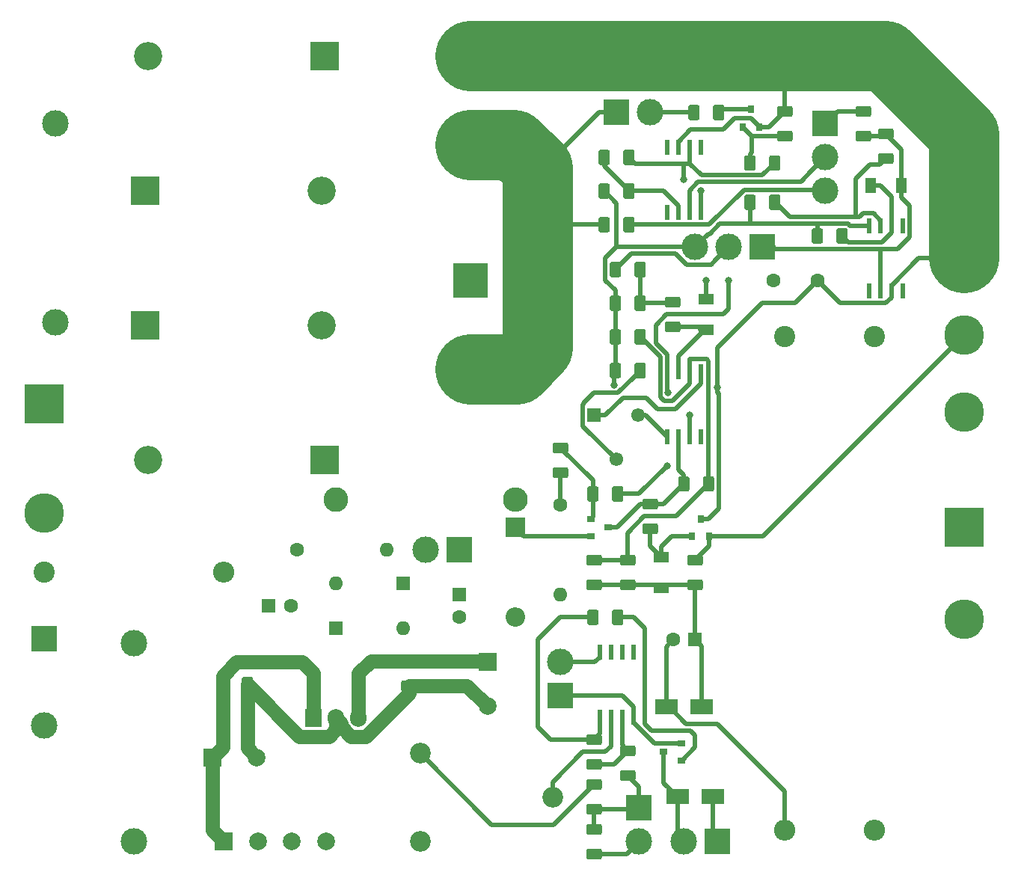
<source format=gbr>
G04 #@! TF.GenerationSoftware,KiCad,Pcbnew,(5.1.5)-3*
G04 #@! TF.CreationDate,2020-10-16T18:01:35+02:00*
G04 #@! TF.ProjectId,Laboratorn_ zdroj,4c61626f-7261-4746-9f72-6eed207a6472,rev?*
G04 #@! TF.SameCoordinates,Original*
G04 #@! TF.FileFunction,Copper,L1,Top*
G04 #@! TF.FilePolarity,Positive*
%FSLAX46Y46*%
G04 Gerber Fmt 4.6, Leading zero omitted, Abs format (unit mm)*
G04 Created by KiCad (PCBNEW (5.1.5)-3) date 2020-10-16 18:01:35*
%MOMM*%
%LPD*%
G04 APERTURE LIST*
%ADD10C,2.800000*%
%ADD11O,2.800000X2.800000*%
%ADD12C,1.600000*%
%ADD13O,1.600000X1.600000*%
%ADD14R,0.550000X1.750000*%
%ADD15O,2.400000X2.400000*%
%ADD16C,2.400000*%
%ADD17R,2.999740X2.999740*%
%ADD18C,2.999740*%
%ADD19R,2.200000X2.200000*%
%ADD20O,2.200000X2.200000*%
%ADD21C,0.100000*%
%ADD22R,1.905000X2.000000*%
%ADD23O,1.905000X2.000000*%
%ADD24C,1.550000*%
%ADD25R,1.550000X1.550000*%
%ADD26R,4.500880X4.500880*%
%ADD27C,4.500880*%
%ADD28R,0.900000X0.800000*%
%ADD29C,2.340000*%
%ADD30C,3.000000*%
%ADD31R,1.600000X1.600000*%
%ADD32R,4.000000X4.000000*%
%ADD33C,4.000000*%
%ADD34O,3.200000X3.200000*%
%ADD35R,3.200000X3.200000*%
%ADD36R,1.300000X1.700000*%
%ADD37R,1.700000X1.300000*%
%ADD38R,2.500000X1.800000*%
%ADD39R,2.000000X2.000000*%
%ADD40C,2.000000*%
%ADD41R,0.800000X0.900000*%
%ADD42C,0.800000*%
%ADD43C,0.500000*%
%ADD44C,8.000000*%
%ADD45C,1.600000*%
G04 APERTURE END LIST*
D10*
X121920000Y-100965000D03*
D11*
X142240000Y-100965000D03*
D12*
X117475000Y-106680000D03*
D13*
X127635000Y-106680000D03*
D14*
X151765000Y-125620000D03*
X153035000Y-125620000D03*
X154305000Y-125620000D03*
X155575000Y-125620000D03*
X155575000Y-118220000D03*
X154305000Y-118220000D03*
X153035000Y-118220000D03*
X151765000Y-118220000D03*
D15*
X172720000Y-138430000D03*
D16*
X172720000Y-82550000D03*
D17*
X135890000Y-106680000D03*
D18*
X132080000Y-106680000D03*
D19*
X142240000Y-104140000D03*
D20*
X142240000Y-114300000D03*
G04 #@! TA.AperFunction,SMDPad,CuDef*
D21*
G36*
X147969504Y-97296204D02*
G01*
X147993773Y-97299804D01*
X148017571Y-97305765D01*
X148040671Y-97314030D01*
X148062849Y-97324520D01*
X148083893Y-97337133D01*
X148103598Y-97351747D01*
X148121777Y-97368223D01*
X148138253Y-97386402D01*
X148152867Y-97406107D01*
X148165480Y-97427151D01*
X148175970Y-97449329D01*
X148184235Y-97472429D01*
X148190196Y-97496227D01*
X148193796Y-97520496D01*
X148195000Y-97545000D01*
X148195000Y-98295000D01*
X148193796Y-98319504D01*
X148190196Y-98343773D01*
X148184235Y-98367571D01*
X148175970Y-98390671D01*
X148165480Y-98412849D01*
X148152867Y-98433893D01*
X148138253Y-98453598D01*
X148121777Y-98471777D01*
X148103598Y-98488253D01*
X148083893Y-98502867D01*
X148062849Y-98515480D01*
X148040671Y-98525970D01*
X148017571Y-98534235D01*
X147993773Y-98540196D01*
X147969504Y-98543796D01*
X147945000Y-98545000D01*
X146695000Y-98545000D01*
X146670496Y-98543796D01*
X146646227Y-98540196D01*
X146622429Y-98534235D01*
X146599329Y-98525970D01*
X146577151Y-98515480D01*
X146556107Y-98502867D01*
X146536402Y-98488253D01*
X146518223Y-98471777D01*
X146501747Y-98453598D01*
X146487133Y-98433893D01*
X146474520Y-98412849D01*
X146464030Y-98390671D01*
X146455765Y-98367571D01*
X146449804Y-98343773D01*
X146446204Y-98319504D01*
X146445000Y-98295000D01*
X146445000Y-97545000D01*
X146446204Y-97520496D01*
X146449804Y-97496227D01*
X146455765Y-97472429D01*
X146464030Y-97449329D01*
X146474520Y-97427151D01*
X146487133Y-97406107D01*
X146501747Y-97386402D01*
X146518223Y-97368223D01*
X146536402Y-97351747D01*
X146556107Y-97337133D01*
X146577151Y-97324520D01*
X146599329Y-97314030D01*
X146622429Y-97305765D01*
X146646227Y-97299804D01*
X146670496Y-97296204D01*
X146695000Y-97295000D01*
X147945000Y-97295000D01*
X147969504Y-97296204D01*
G37*
G04 #@! TD.AperFunction*
G04 #@! TA.AperFunction,SMDPad,CuDef*
G36*
X147969504Y-94496204D02*
G01*
X147993773Y-94499804D01*
X148017571Y-94505765D01*
X148040671Y-94514030D01*
X148062849Y-94524520D01*
X148083893Y-94537133D01*
X148103598Y-94551747D01*
X148121777Y-94568223D01*
X148138253Y-94586402D01*
X148152867Y-94606107D01*
X148165480Y-94627151D01*
X148175970Y-94649329D01*
X148184235Y-94672429D01*
X148190196Y-94696227D01*
X148193796Y-94720496D01*
X148195000Y-94745000D01*
X148195000Y-95495000D01*
X148193796Y-95519504D01*
X148190196Y-95543773D01*
X148184235Y-95567571D01*
X148175970Y-95590671D01*
X148165480Y-95612849D01*
X148152867Y-95633893D01*
X148138253Y-95653598D01*
X148121777Y-95671777D01*
X148103598Y-95688253D01*
X148083893Y-95702867D01*
X148062849Y-95715480D01*
X148040671Y-95725970D01*
X148017571Y-95734235D01*
X147993773Y-95740196D01*
X147969504Y-95743796D01*
X147945000Y-95745000D01*
X146695000Y-95745000D01*
X146670496Y-95743796D01*
X146646227Y-95740196D01*
X146622429Y-95734235D01*
X146599329Y-95725970D01*
X146577151Y-95715480D01*
X146556107Y-95702867D01*
X146536402Y-95688253D01*
X146518223Y-95671777D01*
X146501747Y-95653598D01*
X146487133Y-95633893D01*
X146474520Y-95612849D01*
X146464030Y-95590671D01*
X146455765Y-95567571D01*
X146449804Y-95543773D01*
X146446204Y-95519504D01*
X146445000Y-95495000D01*
X146445000Y-94745000D01*
X146446204Y-94720496D01*
X146449804Y-94696227D01*
X146455765Y-94672429D01*
X146464030Y-94649329D01*
X146474520Y-94627151D01*
X146487133Y-94606107D01*
X146501747Y-94586402D01*
X146518223Y-94568223D01*
X146536402Y-94551747D01*
X146556107Y-94537133D01*
X146577151Y-94524520D01*
X146599329Y-94514030D01*
X146622429Y-94505765D01*
X146646227Y-94499804D01*
X146670496Y-94496204D01*
X146695000Y-94495000D01*
X147945000Y-94495000D01*
X147969504Y-94496204D01*
G37*
G04 #@! TD.AperFunction*
D22*
X119380000Y-125730000D03*
D23*
X121920000Y-125730000D03*
X124460000Y-125730000D03*
G04 #@! TA.AperFunction,SMDPad,CuDef*
D21*
G36*
X151399504Y-99456204D02*
G01*
X151423773Y-99459804D01*
X151447571Y-99465765D01*
X151470671Y-99474030D01*
X151492849Y-99484520D01*
X151513893Y-99497133D01*
X151533598Y-99511747D01*
X151551777Y-99528223D01*
X151568253Y-99546402D01*
X151582867Y-99566107D01*
X151595480Y-99587151D01*
X151605970Y-99609329D01*
X151614235Y-99632429D01*
X151620196Y-99656227D01*
X151623796Y-99680496D01*
X151625000Y-99705000D01*
X151625000Y-100955000D01*
X151623796Y-100979504D01*
X151620196Y-101003773D01*
X151614235Y-101027571D01*
X151605970Y-101050671D01*
X151595480Y-101072849D01*
X151582867Y-101093893D01*
X151568253Y-101113598D01*
X151551777Y-101131777D01*
X151533598Y-101148253D01*
X151513893Y-101162867D01*
X151492849Y-101175480D01*
X151470671Y-101185970D01*
X151447571Y-101194235D01*
X151423773Y-101200196D01*
X151399504Y-101203796D01*
X151375000Y-101205000D01*
X150625000Y-101205000D01*
X150600496Y-101203796D01*
X150576227Y-101200196D01*
X150552429Y-101194235D01*
X150529329Y-101185970D01*
X150507151Y-101175480D01*
X150486107Y-101162867D01*
X150466402Y-101148253D01*
X150448223Y-101131777D01*
X150431747Y-101113598D01*
X150417133Y-101093893D01*
X150404520Y-101072849D01*
X150394030Y-101050671D01*
X150385765Y-101027571D01*
X150379804Y-101003773D01*
X150376204Y-100979504D01*
X150375000Y-100955000D01*
X150375000Y-99705000D01*
X150376204Y-99680496D01*
X150379804Y-99656227D01*
X150385765Y-99632429D01*
X150394030Y-99609329D01*
X150404520Y-99587151D01*
X150417133Y-99566107D01*
X150431747Y-99546402D01*
X150448223Y-99528223D01*
X150466402Y-99511747D01*
X150486107Y-99497133D01*
X150507151Y-99484520D01*
X150529329Y-99474030D01*
X150552429Y-99465765D01*
X150576227Y-99459804D01*
X150600496Y-99456204D01*
X150625000Y-99455000D01*
X151375000Y-99455000D01*
X151399504Y-99456204D01*
G37*
G04 #@! TD.AperFunction*
G04 #@! TA.AperFunction,SMDPad,CuDef*
G36*
X154199504Y-99456204D02*
G01*
X154223773Y-99459804D01*
X154247571Y-99465765D01*
X154270671Y-99474030D01*
X154292849Y-99484520D01*
X154313893Y-99497133D01*
X154333598Y-99511747D01*
X154351777Y-99528223D01*
X154368253Y-99546402D01*
X154382867Y-99566107D01*
X154395480Y-99587151D01*
X154405970Y-99609329D01*
X154414235Y-99632429D01*
X154420196Y-99656227D01*
X154423796Y-99680496D01*
X154425000Y-99705000D01*
X154425000Y-100955000D01*
X154423796Y-100979504D01*
X154420196Y-101003773D01*
X154414235Y-101027571D01*
X154405970Y-101050671D01*
X154395480Y-101072849D01*
X154382867Y-101093893D01*
X154368253Y-101113598D01*
X154351777Y-101131777D01*
X154333598Y-101148253D01*
X154313893Y-101162867D01*
X154292849Y-101175480D01*
X154270671Y-101185970D01*
X154247571Y-101194235D01*
X154223773Y-101200196D01*
X154199504Y-101203796D01*
X154175000Y-101205000D01*
X153425000Y-101205000D01*
X153400496Y-101203796D01*
X153376227Y-101200196D01*
X153352429Y-101194235D01*
X153329329Y-101185970D01*
X153307151Y-101175480D01*
X153286107Y-101162867D01*
X153266402Y-101148253D01*
X153248223Y-101131777D01*
X153231747Y-101113598D01*
X153217133Y-101093893D01*
X153204520Y-101072849D01*
X153194030Y-101050671D01*
X153185765Y-101027571D01*
X153179804Y-101003773D01*
X153176204Y-100979504D01*
X153175000Y-100955000D01*
X153175000Y-99705000D01*
X153176204Y-99680496D01*
X153179804Y-99656227D01*
X153185765Y-99632429D01*
X153194030Y-99609329D01*
X153204520Y-99587151D01*
X153217133Y-99566107D01*
X153231747Y-99546402D01*
X153248223Y-99528223D01*
X153266402Y-99511747D01*
X153286107Y-99497133D01*
X153307151Y-99484520D01*
X153329329Y-99474030D01*
X153352429Y-99465765D01*
X153376227Y-99459804D01*
X153400496Y-99456204D01*
X153425000Y-99455000D01*
X154175000Y-99455000D01*
X154199504Y-99456204D01*
G37*
G04 #@! TD.AperFunction*
D24*
X156130000Y-91440000D03*
D25*
X151130000Y-91440000D03*
D24*
X153630000Y-96440000D03*
D26*
X193040000Y-73660000D03*
D27*
X193040000Y-82375000D03*
X193040000Y-91090000D03*
D26*
X193040000Y-104140000D03*
D27*
X193040000Y-114490000D03*
G04 #@! TA.AperFunction,SMDPad,CuDef*
D21*
G36*
X158129504Y-103646204D02*
G01*
X158153773Y-103649804D01*
X158177571Y-103655765D01*
X158200671Y-103664030D01*
X158222849Y-103674520D01*
X158243893Y-103687133D01*
X158263598Y-103701747D01*
X158281777Y-103718223D01*
X158298253Y-103736402D01*
X158312867Y-103756107D01*
X158325480Y-103777151D01*
X158335970Y-103799329D01*
X158344235Y-103822429D01*
X158350196Y-103846227D01*
X158353796Y-103870496D01*
X158355000Y-103895000D01*
X158355000Y-104645000D01*
X158353796Y-104669504D01*
X158350196Y-104693773D01*
X158344235Y-104717571D01*
X158335970Y-104740671D01*
X158325480Y-104762849D01*
X158312867Y-104783893D01*
X158298253Y-104803598D01*
X158281777Y-104821777D01*
X158263598Y-104838253D01*
X158243893Y-104852867D01*
X158222849Y-104865480D01*
X158200671Y-104875970D01*
X158177571Y-104884235D01*
X158153773Y-104890196D01*
X158129504Y-104893796D01*
X158105000Y-104895000D01*
X156855000Y-104895000D01*
X156830496Y-104893796D01*
X156806227Y-104890196D01*
X156782429Y-104884235D01*
X156759329Y-104875970D01*
X156737151Y-104865480D01*
X156716107Y-104852867D01*
X156696402Y-104838253D01*
X156678223Y-104821777D01*
X156661747Y-104803598D01*
X156647133Y-104783893D01*
X156634520Y-104762849D01*
X156624030Y-104740671D01*
X156615765Y-104717571D01*
X156609804Y-104693773D01*
X156606204Y-104669504D01*
X156605000Y-104645000D01*
X156605000Y-103895000D01*
X156606204Y-103870496D01*
X156609804Y-103846227D01*
X156615765Y-103822429D01*
X156624030Y-103799329D01*
X156634520Y-103777151D01*
X156647133Y-103756107D01*
X156661747Y-103736402D01*
X156678223Y-103718223D01*
X156696402Y-103701747D01*
X156716107Y-103687133D01*
X156737151Y-103674520D01*
X156759329Y-103664030D01*
X156782429Y-103655765D01*
X156806227Y-103649804D01*
X156830496Y-103646204D01*
X156855000Y-103645000D01*
X158105000Y-103645000D01*
X158129504Y-103646204D01*
G37*
G04 #@! TD.AperFunction*
G04 #@! TA.AperFunction,SMDPad,CuDef*
G36*
X158129504Y-100846204D02*
G01*
X158153773Y-100849804D01*
X158177571Y-100855765D01*
X158200671Y-100864030D01*
X158222849Y-100874520D01*
X158243893Y-100887133D01*
X158263598Y-100901747D01*
X158281777Y-100918223D01*
X158298253Y-100936402D01*
X158312867Y-100956107D01*
X158325480Y-100977151D01*
X158335970Y-100999329D01*
X158344235Y-101022429D01*
X158350196Y-101046227D01*
X158353796Y-101070496D01*
X158355000Y-101095000D01*
X158355000Y-101845000D01*
X158353796Y-101869504D01*
X158350196Y-101893773D01*
X158344235Y-101917571D01*
X158335970Y-101940671D01*
X158325480Y-101962849D01*
X158312867Y-101983893D01*
X158298253Y-102003598D01*
X158281777Y-102021777D01*
X158263598Y-102038253D01*
X158243893Y-102052867D01*
X158222849Y-102065480D01*
X158200671Y-102075970D01*
X158177571Y-102084235D01*
X158153773Y-102090196D01*
X158129504Y-102093796D01*
X158105000Y-102095000D01*
X156855000Y-102095000D01*
X156830496Y-102093796D01*
X156806227Y-102090196D01*
X156782429Y-102084235D01*
X156759329Y-102075970D01*
X156737151Y-102065480D01*
X156716107Y-102052867D01*
X156696402Y-102038253D01*
X156678223Y-102021777D01*
X156661747Y-102003598D01*
X156647133Y-101983893D01*
X156634520Y-101962849D01*
X156624030Y-101940671D01*
X156615765Y-101917571D01*
X156609804Y-101893773D01*
X156606204Y-101869504D01*
X156605000Y-101845000D01*
X156605000Y-101095000D01*
X156606204Y-101070496D01*
X156609804Y-101046227D01*
X156615765Y-101022429D01*
X156624030Y-100999329D01*
X156634520Y-100977151D01*
X156647133Y-100956107D01*
X156661747Y-100936402D01*
X156678223Y-100918223D01*
X156696402Y-100901747D01*
X156716107Y-100887133D01*
X156737151Y-100874520D01*
X156759329Y-100864030D01*
X156782429Y-100855765D01*
X156806227Y-100849804D01*
X156830496Y-100846204D01*
X156855000Y-100845000D01*
X158105000Y-100845000D01*
X158129504Y-100846204D01*
G37*
G04 #@! TD.AperFunction*
D14*
X186055000Y-69960000D03*
X184785000Y-69960000D03*
X183515000Y-69960000D03*
X182245000Y-69960000D03*
X182245000Y-77360000D03*
X183515000Y-77360000D03*
X184785000Y-77360000D03*
X186055000Y-77360000D03*
G04 #@! TA.AperFunction,SMDPad,CuDef*
D21*
G36*
X152669504Y-68976204D02*
G01*
X152693773Y-68979804D01*
X152717571Y-68985765D01*
X152740671Y-68994030D01*
X152762849Y-69004520D01*
X152783893Y-69017133D01*
X152803598Y-69031747D01*
X152821777Y-69048223D01*
X152838253Y-69066402D01*
X152852867Y-69086107D01*
X152865480Y-69107151D01*
X152875970Y-69129329D01*
X152884235Y-69152429D01*
X152890196Y-69176227D01*
X152893796Y-69200496D01*
X152895000Y-69225000D01*
X152895000Y-70475000D01*
X152893796Y-70499504D01*
X152890196Y-70523773D01*
X152884235Y-70547571D01*
X152875970Y-70570671D01*
X152865480Y-70592849D01*
X152852867Y-70613893D01*
X152838253Y-70633598D01*
X152821777Y-70651777D01*
X152803598Y-70668253D01*
X152783893Y-70682867D01*
X152762849Y-70695480D01*
X152740671Y-70705970D01*
X152717571Y-70714235D01*
X152693773Y-70720196D01*
X152669504Y-70723796D01*
X152645000Y-70725000D01*
X151895000Y-70725000D01*
X151870496Y-70723796D01*
X151846227Y-70720196D01*
X151822429Y-70714235D01*
X151799329Y-70705970D01*
X151777151Y-70695480D01*
X151756107Y-70682867D01*
X151736402Y-70668253D01*
X151718223Y-70651777D01*
X151701747Y-70633598D01*
X151687133Y-70613893D01*
X151674520Y-70592849D01*
X151664030Y-70570671D01*
X151655765Y-70547571D01*
X151649804Y-70523773D01*
X151646204Y-70499504D01*
X151645000Y-70475000D01*
X151645000Y-69225000D01*
X151646204Y-69200496D01*
X151649804Y-69176227D01*
X151655765Y-69152429D01*
X151664030Y-69129329D01*
X151674520Y-69107151D01*
X151687133Y-69086107D01*
X151701747Y-69066402D01*
X151718223Y-69048223D01*
X151736402Y-69031747D01*
X151756107Y-69017133D01*
X151777151Y-69004520D01*
X151799329Y-68994030D01*
X151822429Y-68985765D01*
X151846227Y-68979804D01*
X151870496Y-68976204D01*
X151895000Y-68975000D01*
X152645000Y-68975000D01*
X152669504Y-68976204D01*
G37*
G04 #@! TD.AperFunction*
G04 #@! TA.AperFunction,SMDPad,CuDef*
G36*
X155469504Y-68976204D02*
G01*
X155493773Y-68979804D01*
X155517571Y-68985765D01*
X155540671Y-68994030D01*
X155562849Y-69004520D01*
X155583893Y-69017133D01*
X155603598Y-69031747D01*
X155621777Y-69048223D01*
X155638253Y-69066402D01*
X155652867Y-69086107D01*
X155665480Y-69107151D01*
X155675970Y-69129329D01*
X155684235Y-69152429D01*
X155690196Y-69176227D01*
X155693796Y-69200496D01*
X155695000Y-69225000D01*
X155695000Y-70475000D01*
X155693796Y-70499504D01*
X155690196Y-70523773D01*
X155684235Y-70547571D01*
X155675970Y-70570671D01*
X155665480Y-70592849D01*
X155652867Y-70613893D01*
X155638253Y-70633598D01*
X155621777Y-70651777D01*
X155603598Y-70668253D01*
X155583893Y-70682867D01*
X155562849Y-70695480D01*
X155540671Y-70705970D01*
X155517571Y-70714235D01*
X155493773Y-70720196D01*
X155469504Y-70723796D01*
X155445000Y-70725000D01*
X154695000Y-70725000D01*
X154670496Y-70723796D01*
X154646227Y-70720196D01*
X154622429Y-70714235D01*
X154599329Y-70705970D01*
X154577151Y-70695480D01*
X154556107Y-70682867D01*
X154536402Y-70668253D01*
X154518223Y-70651777D01*
X154501747Y-70633598D01*
X154487133Y-70613893D01*
X154474520Y-70592849D01*
X154464030Y-70570671D01*
X154455765Y-70547571D01*
X154449804Y-70523773D01*
X154446204Y-70499504D01*
X154445000Y-70475000D01*
X154445000Y-69225000D01*
X154446204Y-69200496D01*
X154449804Y-69176227D01*
X154455765Y-69152429D01*
X154464030Y-69129329D01*
X154474520Y-69107151D01*
X154487133Y-69086107D01*
X154501747Y-69066402D01*
X154518223Y-69048223D01*
X154536402Y-69031747D01*
X154556107Y-69017133D01*
X154577151Y-69004520D01*
X154599329Y-68994030D01*
X154622429Y-68985765D01*
X154646227Y-68979804D01*
X154670496Y-68976204D01*
X154695000Y-68975000D01*
X155445000Y-68975000D01*
X155469504Y-68976204D01*
G37*
G04 #@! TD.AperFunction*
D18*
X177292000Y-66040000D03*
X177292000Y-62230000D03*
D17*
X177292000Y-58420000D03*
G04 #@! TA.AperFunction,SMDPad,CuDef*
D21*
G36*
X173369504Y-56396204D02*
G01*
X173393773Y-56399804D01*
X173417571Y-56405765D01*
X173440671Y-56414030D01*
X173462849Y-56424520D01*
X173483893Y-56437133D01*
X173503598Y-56451747D01*
X173521777Y-56468223D01*
X173538253Y-56486402D01*
X173552867Y-56506107D01*
X173565480Y-56527151D01*
X173575970Y-56549329D01*
X173584235Y-56572429D01*
X173590196Y-56596227D01*
X173593796Y-56620496D01*
X173595000Y-56645000D01*
X173595000Y-57395000D01*
X173593796Y-57419504D01*
X173590196Y-57443773D01*
X173584235Y-57467571D01*
X173575970Y-57490671D01*
X173565480Y-57512849D01*
X173552867Y-57533893D01*
X173538253Y-57553598D01*
X173521777Y-57571777D01*
X173503598Y-57588253D01*
X173483893Y-57602867D01*
X173462849Y-57615480D01*
X173440671Y-57625970D01*
X173417571Y-57634235D01*
X173393773Y-57640196D01*
X173369504Y-57643796D01*
X173345000Y-57645000D01*
X172095000Y-57645000D01*
X172070496Y-57643796D01*
X172046227Y-57640196D01*
X172022429Y-57634235D01*
X171999329Y-57625970D01*
X171977151Y-57615480D01*
X171956107Y-57602867D01*
X171936402Y-57588253D01*
X171918223Y-57571777D01*
X171901747Y-57553598D01*
X171887133Y-57533893D01*
X171874520Y-57512849D01*
X171864030Y-57490671D01*
X171855765Y-57467571D01*
X171849804Y-57443773D01*
X171846204Y-57419504D01*
X171845000Y-57395000D01*
X171845000Y-56645000D01*
X171846204Y-56620496D01*
X171849804Y-56596227D01*
X171855765Y-56572429D01*
X171864030Y-56549329D01*
X171874520Y-56527151D01*
X171887133Y-56506107D01*
X171901747Y-56486402D01*
X171918223Y-56468223D01*
X171936402Y-56451747D01*
X171956107Y-56437133D01*
X171977151Y-56424520D01*
X171999329Y-56414030D01*
X172022429Y-56405765D01*
X172046227Y-56399804D01*
X172070496Y-56396204D01*
X172095000Y-56395000D01*
X173345000Y-56395000D01*
X173369504Y-56396204D01*
G37*
G04 #@! TD.AperFunction*
G04 #@! TA.AperFunction,SMDPad,CuDef*
G36*
X173369504Y-59196204D02*
G01*
X173393773Y-59199804D01*
X173417571Y-59205765D01*
X173440671Y-59214030D01*
X173462849Y-59224520D01*
X173483893Y-59237133D01*
X173503598Y-59251747D01*
X173521777Y-59268223D01*
X173538253Y-59286402D01*
X173552867Y-59306107D01*
X173565480Y-59327151D01*
X173575970Y-59349329D01*
X173584235Y-59372429D01*
X173590196Y-59396227D01*
X173593796Y-59420496D01*
X173595000Y-59445000D01*
X173595000Y-60195000D01*
X173593796Y-60219504D01*
X173590196Y-60243773D01*
X173584235Y-60267571D01*
X173575970Y-60290671D01*
X173565480Y-60312849D01*
X173552867Y-60333893D01*
X173538253Y-60353598D01*
X173521777Y-60371777D01*
X173503598Y-60388253D01*
X173483893Y-60402867D01*
X173462849Y-60415480D01*
X173440671Y-60425970D01*
X173417571Y-60434235D01*
X173393773Y-60440196D01*
X173369504Y-60443796D01*
X173345000Y-60445000D01*
X172095000Y-60445000D01*
X172070496Y-60443796D01*
X172046227Y-60440196D01*
X172022429Y-60434235D01*
X171999329Y-60425970D01*
X171977151Y-60415480D01*
X171956107Y-60402867D01*
X171936402Y-60388253D01*
X171918223Y-60371777D01*
X171901747Y-60353598D01*
X171887133Y-60333893D01*
X171874520Y-60312849D01*
X171864030Y-60290671D01*
X171855765Y-60267571D01*
X171849804Y-60243773D01*
X171846204Y-60219504D01*
X171845000Y-60195000D01*
X171845000Y-59445000D01*
X171846204Y-59420496D01*
X171849804Y-59396227D01*
X171855765Y-59372429D01*
X171864030Y-59349329D01*
X171874520Y-59327151D01*
X171887133Y-59306107D01*
X171901747Y-59286402D01*
X171918223Y-59268223D01*
X171936402Y-59251747D01*
X171956107Y-59237133D01*
X171977151Y-59224520D01*
X171999329Y-59214030D01*
X172022429Y-59205765D01*
X172046227Y-59199804D01*
X172070496Y-59196204D01*
X172095000Y-59195000D01*
X173345000Y-59195000D01*
X173369504Y-59196204D01*
G37*
G04 #@! TD.AperFunction*
D28*
X159020000Y-129540000D03*
X161020000Y-128590000D03*
X161020000Y-130490000D03*
G04 #@! TA.AperFunction,SMDPad,CuDef*
D21*
G36*
X151779504Y-140476204D02*
G01*
X151803773Y-140479804D01*
X151827571Y-140485765D01*
X151850671Y-140494030D01*
X151872849Y-140504520D01*
X151893893Y-140517133D01*
X151913598Y-140531747D01*
X151931777Y-140548223D01*
X151948253Y-140566402D01*
X151962867Y-140586107D01*
X151975480Y-140607151D01*
X151985970Y-140629329D01*
X151994235Y-140652429D01*
X152000196Y-140676227D01*
X152003796Y-140700496D01*
X152005000Y-140725000D01*
X152005000Y-141475000D01*
X152003796Y-141499504D01*
X152000196Y-141523773D01*
X151994235Y-141547571D01*
X151985970Y-141570671D01*
X151975480Y-141592849D01*
X151962867Y-141613893D01*
X151948253Y-141633598D01*
X151931777Y-141651777D01*
X151913598Y-141668253D01*
X151893893Y-141682867D01*
X151872849Y-141695480D01*
X151850671Y-141705970D01*
X151827571Y-141714235D01*
X151803773Y-141720196D01*
X151779504Y-141723796D01*
X151755000Y-141725000D01*
X150505000Y-141725000D01*
X150480496Y-141723796D01*
X150456227Y-141720196D01*
X150432429Y-141714235D01*
X150409329Y-141705970D01*
X150387151Y-141695480D01*
X150366107Y-141682867D01*
X150346402Y-141668253D01*
X150328223Y-141651777D01*
X150311747Y-141633598D01*
X150297133Y-141613893D01*
X150284520Y-141592849D01*
X150274030Y-141570671D01*
X150265765Y-141547571D01*
X150259804Y-141523773D01*
X150256204Y-141499504D01*
X150255000Y-141475000D01*
X150255000Y-140725000D01*
X150256204Y-140700496D01*
X150259804Y-140676227D01*
X150265765Y-140652429D01*
X150274030Y-140629329D01*
X150284520Y-140607151D01*
X150297133Y-140586107D01*
X150311747Y-140566402D01*
X150328223Y-140548223D01*
X150346402Y-140531747D01*
X150366107Y-140517133D01*
X150387151Y-140504520D01*
X150409329Y-140494030D01*
X150432429Y-140485765D01*
X150456227Y-140479804D01*
X150480496Y-140476204D01*
X150505000Y-140475000D01*
X151755000Y-140475000D01*
X151779504Y-140476204D01*
G37*
G04 #@! TD.AperFunction*
G04 #@! TA.AperFunction,SMDPad,CuDef*
G36*
X151779504Y-137676204D02*
G01*
X151803773Y-137679804D01*
X151827571Y-137685765D01*
X151850671Y-137694030D01*
X151872849Y-137704520D01*
X151893893Y-137717133D01*
X151913598Y-137731747D01*
X151931777Y-137748223D01*
X151948253Y-137766402D01*
X151962867Y-137786107D01*
X151975480Y-137807151D01*
X151985970Y-137829329D01*
X151994235Y-137852429D01*
X152000196Y-137876227D01*
X152003796Y-137900496D01*
X152005000Y-137925000D01*
X152005000Y-138675000D01*
X152003796Y-138699504D01*
X152000196Y-138723773D01*
X151994235Y-138747571D01*
X151985970Y-138770671D01*
X151975480Y-138792849D01*
X151962867Y-138813893D01*
X151948253Y-138833598D01*
X151931777Y-138851777D01*
X151913598Y-138868253D01*
X151893893Y-138882867D01*
X151872849Y-138895480D01*
X151850671Y-138905970D01*
X151827571Y-138914235D01*
X151803773Y-138920196D01*
X151779504Y-138923796D01*
X151755000Y-138925000D01*
X150505000Y-138925000D01*
X150480496Y-138923796D01*
X150456227Y-138920196D01*
X150432429Y-138914235D01*
X150409329Y-138905970D01*
X150387151Y-138895480D01*
X150366107Y-138882867D01*
X150346402Y-138868253D01*
X150328223Y-138851777D01*
X150311747Y-138833598D01*
X150297133Y-138813893D01*
X150284520Y-138792849D01*
X150274030Y-138770671D01*
X150265765Y-138747571D01*
X150259804Y-138723773D01*
X150256204Y-138699504D01*
X150255000Y-138675000D01*
X150255000Y-137925000D01*
X150256204Y-137900496D01*
X150259804Y-137876227D01*
X150265765Y-137852429D01*
X150274030Y-137829329D01*
X150284520Y-137807151D01*
X150297133Y-137786107D01*
X150311747Y-137766402D01*
X150328223Y-137748223D01*
X150346402Y-137731747D01*
X150366107Y-137717133D01*
X150387151Y-137704520D01*
X150409329Y-137694030D01*
X150432429Y-137685765D01*
X150456227Y-137679804D01*
X150480496Y-137676204D01*
X150505000Y-137675000D01*
X151755000Y-137675000D01*
X151779504Y-137676204D01*
G37*
G04 #@! TD.AperFunction*
D18*
X156210000Y-139700000D03*
D17*
X156210000Y-135890000D03*
G04 #@! TA.AperFunction,SMDPad,CuDef*
D21*
G36*
X154199504Y-113426204D02*
G01*
X154223773Y-113429804D01*
X154247571Y-113435765D01*
X154270671Y-113444030D01*
X154292849Y-113454520D01*
X154313893Y-113467133D01*
X154333598Y-113481747D01*
X154351777Y-113498223D01*
X154368253Y-113516402D01*
X154382867Y-113536107D01*
X154395480Y-113557151D01*
X154405970Y-113579329D01*
X154414235Y-113602429D01*
X154420196Y-113626227D01*
X154423796Y-113650496D01*
X154425000Y-113675000D01*
X154425000Y-114925000D01*
X154423796Y-114949504D01*
X154420196Y-114973773D01*
X154414235Y-114997571D01*
X154405970Y-115020671D01*
X154395480Y-115042849D01*
X154382867Y-115063893D01*
X154368253Y-115083598D01*
X154351777Y-115101777D01*
X154333598Y-115118253D01*
X154313893Y-115132867D01*
X154292849Y-115145480D01*
X154270671Y-115155970D01*
X154247571Y-115164235D01*
X154223773Y-115170196D01*
X154199504Y-115173796D01*
X154175000Y-115175000D01*
X153425000Y-115175000D01*
X153400496Y-115173796D01*
X153376227Y-115170196D01*
X153352429Y-115164235D01*
X153329329Y-115155970D01*
X153307151Y-115145480D01*
X153286107Y-115132867D01*
X153266402Y-115118253D01*
X153248223Y-115101777D01*
X153231747Y-115083598D01*
X153217133Y-115063893D01*
X153204520Y-115042849D01*
X153194030Y-115020671D01*
X153185765Y-114997571D01*
X153179804Y-114973773D01*
X153176204Y-114949504D01*
X153175000Y-114925000D01*
X153175000Y-113675000D01*
X153176204Y-113650496D01*
X153179804Y-113626227D01*
X153185765Y-113602429D01*
X153194030Y-113579329D01*
X153204520Y-113557151D01*
X153217133Y-113536107D01*
X153231747Y-113516402D01*
X153248223Y-113498223D01*
X153266402Y-113481747D01*
X153286107Y-113467133D01*
X153307151Y-113454520D01*
X153329329Y-113444030D01*
X153352429Y-113435765D01*
X153376227Y-113429804D01*
X153400496Y-113426204D01*
X153425000Y-113425000D01*
X154175000Y-113425000D01*
X154199504Y-113426204D01*
G37*
G04 #@! TD.AperFunction*
G04 #@! TA.AperFunction,SMDPad,CuDef*
G36*
X151399504Y-113426204D02*
G01*
X151423773Y-113429804D01*
X151447571Y-113435765D01*
X151470671Y-113444030D01*
X151492849Y-113454520D01*
X151513893Y-113467133D01*
X151533598Y-113481747D01*
X151551777Y-113498223D01*
X151568253Y-113516402D01*
X151582867Y-113536107D01*
X151595480Y-113557151D01*
X151605970Y-113579329D01*
X151614235Y-113602429D01*
X151620196Y-113626227D01*
X151623796Y-113650496D01*
X151625000Y-113675000D01*
X151625000Y-114925000D01*
X151623796Y-114949504D01*
X151620196Y-114973773D01*
X151614235Y-114997571D01*
X151605970Y-115020671D01*
X151595480Y-115042849D01*
X151582867Y-115063893D01*
X151568253Y-115083598D01*
X151551777Y-115101777D01*
X151533598Y-115118253D01*
X151513893Y-115132867D01*
X151492849Y-115145480D01*
X151470671Y-115155970D01*
X151447571Y-115164235D01*
X151423773Y-115170196D01*
X151399504Y-115173796D01*
X151375000Y-115175000D01*
X150625000Y-115175000D01*
X150600496Y-115173796D01*
X150576227Y-115170196D01*
X150552429Y-115164235D01*
X150529329Y-115155970D01*
X150507151Y-115145480D01*
X150486107Y-115132867D01*
X150466402Y-115118253D01*
X150448223Y-115101777D01*
X150431747Y-115083598D01*
X150417133Y-115063893D01*
X150404520Y-115042849D01*
X150394030Y-115020671D01*
X150385765Y-114997571D01*
X150379804Y-114973773D01*
X150376204Y-114949504D01*
X150375000Y-114925000D01*
X150375000Y-113675000D01*
X150376204Y-113650496D01*
X150379804Y-113626227D01*
X150385765Y-113602429D01*
X150394030Y-113579329D01*
X150404520Y-113557151D01*
X150417133Y-113536107D01*
X150431747Y-113516402D01*
X150448223Y-113498223D01*
X150466402Y-113481747D01*
X150486107Y-113467133D01*
X150507151Y-113454520D01*
X150529329Y-113444030D01*
X150552429Y-113435765D01*
X150576227Y-113429804D01*
X150600496Y-113426204D01*
X150625000Y-113425000D01*
X151375000Y-113425000D01*
X151399504Y-113426204D01*
G37*
G04 #@! TD.AperFunction*
D17*
X165100000Y-139700000D03*
D18*
X161290000Y-139700000D03*
D17*
X147320000Y-123190000D03*
D18*
X147320000Y-119380000D03*
D29*
X131445000Y-129700000D03*
X146445000Y-134700000D03*
X131445000Y-139700000D03*
D30*
X99060000Y-139700000D03*
X99060000Y-117200000D03*
D18*
X88900000Y-126518000D03*
D17*
X88900000Y-116708000D03*
D26*
X88900000Y-90170000D03*
D27*
X88900000Y-102520000D03*
D12*
X116800000Y-113030000D03*
D31*
X114300000Y-113030000D03*
D32*
X137160000Y-50800000D03*
D33*
X137160000Y-60800000D03*
X137160000Y-86200000D03*
D32*
X137160000Y-76200000D03*
D31*
X135890000Y-111760000D03*
D12*
X135890000Y-114260000D03*
X176450000Y-76200000D03*
X171450000Y-76200000D03*
G04 #@! TA.AperFunction,SMDPad,CuDef*
D21*
G36*
X151779504Y-109996204D02*
G01*
X151803773Y-109999804D01*
X151827571Y-110005765D01*
X151850671Y-110014030D01*
X151872849Y-110024520D01*
X151893893Y-110037133D01*
X151913598Y-110051747D01*
X151931777Y-110068223D01*
X151948253Y-110086402D01*
X151962867Y-110106107D01*
X151975480Y-110127151D01*
X151985970Y-110149329D01*
X151994235Y-110172429D01*
X152000196Y-110196227D01*
X152003796Y-110220496D01*
X152005000Y-110245000D01*
X152005000Y-110995000D01*
X152003796Y-111019504D01*
X152000196Y-111043773D01*
X151994235Y-111067571D01*
X151985970Y-111090671D01*
X151975480Y-111112849D01*
X151962867Y-111133893D01*
X151948253Y-111153598D01*
X151931777Y-111171777D01*
X151913598Y-111188253D01*
X151893893Y-111202867D01*
X151872849Y-111215480D01*
X151850671Y-111225970D01*
X151827571Y-111234235D01*
X151803773Y-111240196D01*
X151779504Y-111243796D01*
X151755000Y-111245000D01*
X150505000Y-111245000D01*
X150480496Y-111243796D01*
X150456227Y-111240196D01*
X150432429Y-111234235D01*
X150409329Y-111225970D01*
X150387151Y-111215480D01*
X150366107Y-111202867D01*
X150346402Y-111188253D01*
X150328223Y-111171777D01*
X150311747Y-111153598D01*
X150297133Y-111133893D01*
X150284520Y-111112849D01*
X150274030Y-111090671D01*
X150265765Y-111067571D01*
X150259804Y-111043773D01*
X150256204Y-111019504D01*
X150255000Y-110995000D01*
X150255000Y-110245000D01*
X150256204Y-110220496D01*
X150259804Y-110196227D01*
X150265765Y-110172429D01*
X150274030Y-110149329D01*
X150284520Y-110127151D01*
X150297133Y-110106107D01*
X150311747Y-110086402D01*
X150328223Y-110068223D01*
X150346402Y-110051747D01*
X150366107Y-110037133D01*
X150387151Y-110024520D01*
X150409329Y-110014030D01*
X150432429Y-110005765D01*
X150456227Y-109999804D01*
X150480496Y-109996204D01*
X150505000Y-109995000D01*
X151755000Y-109995000D01*
X151779504Y-109996204D01*
G37*
G04 #@! TD.AperFunction*
G04 #@! TA.AperFunction,SMDPad,CuDef*
G36*
X151779504Y-107196204D02*
G01*
X151803773Y-107199804D01*
X151827571Y-107205765D01*
X151850671Y-107214030D01*
X151872849Y-107224520D01*
X151893893Y-107237133D01*
X151913598Y-107251747D01*
X151931777Y-107268223D01*
X151948253Y-107286402D01*
X151962867Y-107306107D01*
X151975480Y-107327151D01*
X151985970Y-107349329D01*
X151994235Y-107372429D01*
X152000196Y-107396227D01*
X152003796Y-107420496D01*
X152005000Y-107445000D01*
X152005000Y-108195000D01*
X152003796Y-108219504D01*
X152000196Y-108243773D01*
X151994235Y-108267571D01*
X151985970Y-108290671D01*
X151975480Y-108312849D01*
X151962867Y-108333893D01*
X151948253Y-108353598D01*
X151931777Y-108371777D01*
X151913598Y-108388253D01*
X151893893Y-108402867D01*
X151872849Y-108415480D01*
X151850671Y-108425970D01*
X151827571Y-108434235D01*
X151803773Y-108440196D01*
X151779504Y-108443796D01*
X151755000Y-108445000D01*
X150505000Y-108445000D01*
X150480496Y-108443796D01*
X150456227Y-108440196D01*
X150432429Y-108434235D01*
X150409329Y-108425970D01*
X150387151Y-108415480D01*
X150366107Y-108402867D01*
X150346402Y-108388253D01*
X150328223Y-108371777D01*
X150311747Y-108353598D01*
X150297133Y-108333893D01*
X150284520Y-108312849D01*
X150274030Y-108290671D01*
X150265765Y-108267571D01*
X150259804Y-108243773D01*
X150256204Y-108219504D01*
X150255000Y-108195000D01*
X150255000Y-107445000D01*
X150256204Y-107420496D01*
X150259804Y-107396227D01*
X150265765Y-107372429D01*
X150274030Y-107349329D01*
X150284520Y-107327151D01*
X150297133Y-107306107D01*
X150311747Y-107286402D01*
X150328223Y-107268223D01*
X150346402Y-107251747D01*
X150366107Y-107237133D01*
X150387151Y-107224520D01*
X150409329Y-107214030D01*
X150432429Y-107205765D01*
X150456227Y-107199804D01*
X150480496Y-107196204D01*
X150505000Y-107195000D01*
X151755000Y-107195000D01*
X151779504Y-107196204D01*
G37*
G04 #@! TD.AperFunction*
D12*
X160060000Y-116840000D03*
D31*
X162560000Y-116840000D03*
G04 #@! TA.AperFunction,SMDPad,CuDef*
D21*
G36*
X152669504Y-61356204D02*
G01*
X152693773Y-61359804D01*
X152717571Y-61365765D01*
X152740671Y-61374030D01*
X152762849Y-61384520D01*
X152783893Y-61397133D01*
X152803598Y-61411747D01*
X152821777Y-61428223D01*
X152838253Y-61446402D01*
X152852867Y-61466107D01*
X152865480Y-61487151D01*
X152875970Y-61509329D01*
X152884235Y-61532429D01*
X152890196Y-61556227D01*
X152893796Y-61580496D01*
X152895000Y-61605000D01*
X152895000Y-62855000D01*
X152893796Y-62879504D01*
X152890196Y-62903773D01*
X152884235Y-62927571D01*
X152875970Y-62950671D01*
X152865480Y-62972849D01*
X152852867Y-62993893D01*
X152838253Y-63013598D01*
X152821777Y-63031777D01*
X152803598Y-63048253D01*
X152783893Y-63062867D01*
X152762849Y-63075480D01*
X152740671Y-63085970D01*
X152717571Y-63094235D01*
X152693773Y-63100196D01*
X152669504Y-63103796D01*
X152645000Y-63105000D01*
X151895000Y-63105000D01*
X151870496Y-63103796D01*
X151846227Y-63100196D01*
X151822429Y-63094235D01*
X151799329Y-63085970D01*
X151777151Y-63075480D01*
X151756107Y-63062867D01*
X151736402Y-63048253D01*
X151718223Y-63031777D01*
X151701747Y-63013598D01*
X151687133Y-62993893D01*
X151674520Y-62972849D01*
X151664030Y-62950671D01*
X151655765Y-62927571D01*
X151649804Y-62903773D01*
X151646204Y-62879504D01*
X151645000Y-62855000D01*
X151645000Y-61605000D01*
X151646204Y-61580496D01*
X151649804Y-61556227D01*
X151655765Y-61532429D01*
X151664030Y-61509329D01*
X151674520Y-61487151D01*
X151687133Y-61466107D01*
X151701747Y-61446402D01*
X151718223Y-61428223D01*
X151736402Y-61411747D01*
X151756107Y-61397133D01*
X151777151Y-61384520D01*
X151799329Y-61374030D01*
X151822429Y-61365765D01*
X151846227Y-61359804D01*
X151870496Y-61356204D01*
X151895000Y-61355000D01*
X152645000Y-61355000D01*
X152669504Y-61356204D01*
G37*
G04 #@! TD.AperFunction*
G04 #@! TA.AperFunction,SMDPad,CuDef*
G36*
X155469504Y-61356204D02*
G01*
X155493773Y-61359804D01*
X155517571Y-61365765D01*
X155540671Y-61374030D01*
X155562849Y-61384520D01*
X155583893Y-61397133D01*
X155603598Y-61411747D01*
X155621777Y-61428223D01*
X155638253Y-61446402D01*
X155652867Y-61466107D01*
X155665480Y-61487151D01*
X155675970Y-61509329D01*
X155684235Y-61532429D01*
X155690196Y-61556227D01*
X155693796Y-61580496D01*
X155695000Y-61605000D01*
X155695000Y-62855000D01*
X155693796Y-62879504D01*
X155690196Y-62903773D01*
X155684235Y-62927571D01*
X155675970Y-62950671D01*
X155665480Y-62972849D01*
X155652867Y-62993893D01*
X155638253Y-63013598D01*
X155621777Y-63031777D01*
X155603598Y-63048253D01*
X155583893Y-63062867D01*
X155562849Y-63075480D01*
X155540671Y-63085970D01*
X155517571Y-63094235D01*
X155493773Y-63100196D01*
X155469504Y-63103796D01*
X155445000Y-63105000D01*
X154695000Y-63105000D01*
X154670496Y-63103796D01*
X154646227Y-63100196D01*
X154622429Y-63094235D01*
X154599329Y-63085970D01*
X154577151Y-63075480D01*
X154556107Y-63062867D01*
X154536402Y-63048253D01*
X154518223Y-63031777D01*
X154501747Y-63013598D01*
X154487133Y-62993893D01*
X154474520Y-62972849D01*
X154464030Y-62950671D01*
X154455765Y-62927571D01*
X154449804Y-62903773D01*
X154446204Y-62879504D01*
X154445000Y-62855000D01*
X154445000Y-61605000D01*
X154446204Y-61580496D01*
X154449804Y-61556227D01*
X154455765Y-61532429D01*
X154464030Y-61509329D01*
X154474520Y-61487151D01*
X154487133Y-61466107D01*
X154501747Y-61446402D01*
X154518223Y-61428223D01*
X154536402Y-61411747D01*
X154556107Y-61397133D01*
X154577151Y-61384520D01*
X154599329Y-61374030D01*
X154622429Y-61365765D01*
X154646227Y-61359804D01*
X154670496Y-61356204D01*
X154695000Y-61355000D01*
X155445000Y-61355000D01*
X155469504Y-61356204D01*
G37*
G04 #@! TD.AperFunction*
G04 #@! TA.AperFunction,SMDPad,CuDef*
G36*
X164489504Y-98316204D02*
G01*
X164513773Y-98319804D01*
X164537571Y-98325765D01*
X164560671Y-98334030D01*
X164582849Y-98344520D01*
X164603893Y-98357133D01*
X164623598Y-98371747D01*
X164641777Y-98388223D01*
X164658253Y-98406402D01*
X164672867Y-98426107D01*
X164685480Y-98447151D01*
X164695970Y-98469329D01*
X164704235Y-98492429D01*
X164710196Y-98516227D01*
X164713796Y-98540496D01*
X164715000Y-98565000D01*
X164715000Y-99815000D01*
X164713796Y-99839504D01*
X164710196Y-99863773D01*
X164704235Y-99887571D01*
X164695970Y-99910671D01*
X164685480Y-99932849D01*
X164672867Y-99953893D01*
X164658253Y-99973598D01*
X164641777Y-99991777D01*
X164623598Y-100008253D01*
X164603893Y-100022867D01*
X164582849Y-100035480D01*
X164560671Y-100045970D01*
X164537571Y-100054235D01*
X164513773Y-100060196D01*
X164489504Y-100063796D01*
X164465000Y-100065000D01*
X163715000Y-100065000D01*
X163690496Y-100063796D01*
X163666227Y-100060196D01*
X163642429Y-100054235D01*
X163619329Y-100045970D01*
X163597151Y-100035480D01*
X163576107Y-100022867D01*
X163556402Y-100008253D01*
X163538223Y-99991777D01*
X163521747Y-99973598D01*
X163507133Y-99953893D01*
X163494520Y-99932849D01*
X163484030Y-99910671D01*
X163475765Y-99887571D01*
X163469804Y-99863773D01*
X163466204Y-99839504D01*
X163465000Y-99815000D01*
X163465000Y-98565000D01*
X163466204Y-98540496D01*
X163469804Y-98516227D01*
X163475765Y-98492429D01*
X163484030Y-98469329D01*
X163494520Y-98447151D01*
X163507133Y-98426107D01*
X163521747Y-98406402D01*
X163538223Y-98388223D01*
X163556402Y-98371747D01*
X163576107Y-98357133D01*
X163597151Y-98344520D01*
X163619329Y-98334030D01*
X163642429Y-98325765D01*
X163666227Y-98319804D01*
X163690496Y-98316204D01*
X163715000Y-98315000D01*
X164465000Y-98315000D01*
X164489504Y-98316204D01*
G37*
G04 #@! TD.AperFunction*
G04 #@! TA.AperFunction,SMDPad,CuDef*
G36*
X161689504Y-98316204D02*
G01*
X161713773Y-98319804D01*
X161737571Y-98325765D01*
X161760671Y-98334030D01*
X161782849Y-98344520D01*
X161803893Y-98357133D01*
X161823598Y-98371747D01*
X161841777Y-98388223D01*
X161858253Y-98406402D01*
X161872867Y-98426107D01*
X161885480Y-98447151D01*
X161895970Y-98469329D01*
X161904235Y-98492429D01*
X161910196Y-98516227D01*
X161913796Y-98540496D01*
X161915000Y-98565000D01*
X161915000Y-99815000D01*
X161913796Y-99839504D01*
X161910196Y-99863773D01*
X161904235Y-99887571D01*
X161895970Y-99910671D01*
X161885480Y-99932849D01*
X161872867Y-99953893D01*
X161858253Y-99973598D01*
X161841777Y-99991777D01*
X161823598Y-100008253D01*
X161803893Y-100022867D01*
X161782849Y-100035480D01*
X161760671Y-100045970D01*
X161737571Y-100054235D01*
X161713773Y-100060196D01*
X161689504Y-100063796D01*
X161665000Y-100065000D01*
X160915000Y-100065000D01*
X160890496Y-100063796D01*
X160866227Y-100060196D01*
X160842429Y-100054235D01*
X160819329Y-100045970D01*
X160797151Y-100035480D01*
X160776107Y-100022867D01*
X160756402Y-100008253D01*
X160738223Y-99991777D01*
X160721747Y-99973598D01*
X160707133Y-99953893D01*
X160694520Y-99932849D01*
X160684030Y-99910671D01*
X160675765Y-99887571D01*
X160669804Y-99863773D01*
X160666204Y-99839504D01*
X160665000Y-99815000D01*
X160665000Y-98565000D01*
X160666204Y-98540496D01*
X160669804Y-98516227D01*
X160675765Y-98492429D01*
X160684030Y-98469329D01*
X160694520Y-98447151D01*
X160707133Y-98426107D01*
X160721747Y-98406402D01*
X160738223Y-98388223D01*
X160756402Y-98371747D01*
X160776107Y-98357133D01*
X160797151Y-98344520D01*
X160819329Y-98334030D01*
X160842429Y-98325765D01*
X160866227Y-98319804D01*
X160890496Y-98316204D01*
X160915000Y-98315000D01*
X161665000Y-98315000D01*
X161689504Y-98316204D01*
G37*
G04 #@! TD.AperFunction*
G04 #@! TA.AperFunction,SMDPad,CuDef*
G36*
X153939504Y-77866204D02*
G01*
X153963773Y-77869804D01*
X153987571Y-77875765D01*
X154010671Y-77884030D01*
X154032849Y-77894520D01*
X154053893Y-77907133D01*
X154073598Y-77921747D01*
X154091777Y-77938223D01*
X154108253Y-77956402D01*
X154122867Y-77976107D01*
X154135480Y-77997151D01*
X154145970Y-78019329D01*
X154154235Y-78042429D01*
X154160196Y-78066227D01*
X154163796Y-78090496D01*
X154165000Y-78115000D01*
X154165000Y-79365000D01*
X154163796Y-79389504D01*
X154160196Y-79413773D01*
X154154235Y-79437571D01*
X154145970Y-79460671D01*
X154135480Y-79482849D01*
X154122867Y-79503893D01*
X154108253Y-79523598D01*
X154091777Y-79541777D01*
X154073598Y-79558253D01*
X154053893Y-79572867D01*
X154032849Y-79585480D01*
X154010671Y-79595970D01*
X153987571Y-79604235D01*
X153963773Y-79610196D01*
X153939504Y-79613796D01*
X153915000Y-79615000D01*
X153165000Y-79615000D01*
X153140496Y-79613796D01*
X153116227Y-79610196D01*
X153092429Y-79604235D01*
X153069329Y-79595970D01*
X153047151Y-79585480D01*
X153026107Y-79572867D01*
X153006402Y-79558253D01*
X152988223Y-79541777D01*
X152971747Y-79523598D01*
X152957133Y-79503893D01*
X152944520Y-79482849D01*
X152934030Y-79460671D01*
X152925765Y-79437571D01*
X152919804Y-79413773D01*
X152916204Y-79389504D01*
X152915000Y-79365000D01*
X152915000Y-78115000D01*
X152916204Y-78090496D01*
X152919804Y-78066227D01*
X152925765Y-78042429D01*
X152934030Y-78019329D01*
X152944520Y-77997151D01*
X152957133Y-77976107D01*
X152971747Y-77956402D01*
X152988223Y-77938223D01*
X153006402Y-77921747D01*
X153026107Y-77907133D01*
X153047151Y-77894520D01*
X153069329Y-77884030D01*
X153092429Y-77875765D01*
X153116227Y-77869804D01*
X153140496Y-77866204D01*
X153165000Y-77865000D01*
X153915000Y-77865000D01*
X153939504Y-77866204D01*
G37*
G04 #@! TD.AperFunction*
G04 #@! TA.AperFunction,SMDPad,CuDef*
G36*
X156739504Y-77866204D02*
G01*
X156763773Y-77869804D01*
X156787571Y-77875765D01*
X156810671Y-77884030D01*
X156832849Y-77894520D01*
X156853893Y-77907133D01*
X156873598Y-77921747D01*
X156891777Y-77938223D01*
X156908253Y-77956402D01*
X156922867Y-77976107D01*
X156935480Y-77997151D01*
X156945970Y-78019329D01*
X156954235Y-78042429D01*
X156960196Y-78066227D01*
X156963796Y-78090496D01*
X156965000Y-78115000D01*
X156965000Y-79365000D01*
X156963796Y-79389504D01*
X156960196Y-79413773D01*
X156954235Y-79437571D01*
X156945970Y-79460671D01*
X156935480Y-79482849D01*
X156922867Y-79503893D01*
X156908253Y-79523598D01*
X156891777Y-79541777D01*
X156873598Y-79558253D01*
X156853893Y-79572867D01*
X156832849Y-79585480D01*
X156810671Y-79595970D01*
X156787571Y-79604235D01*
X156763773Y-79610196D01*
X156739504Y-79613796D01*
X156715000Y-79615000D01*
X155965000Y-79615000D01*
X155940496Y-79613796D01*
X155916227Y-79610196D01*
X155892429Y-79604235D01*
X155869329Y-79595970D01*
X155847151Y-79585480D01*
X155826107Y-79572867D01*
X155806402Y-79558253D01*
X155788223Y-79541777D01*
X155771747Y-79523598D01*
X155757133Y-79503893D01*
X155744520Y-79482849D01*
X155734030Y-79460671D01*
X155725765Y-79437571D01*
X155719804Y-79413773D01*
X155716204Y-79389504D01*
X155715000Y-79365000D01*
X155715000Y-78115000D01*
X155716204Y-78090496D01*
X155719804Y-78066227D01*
X155725765Y-78042429D01*
X155734030Y-78019329D01*
X155744520Y-77997151D01*
X155757133Y-77976107D01*
X155771747Y-77956402D01*
X155788223Y-77938223D01*
X155806402Y-77921747D01*
X155826107Y-77907133D01*
X155847151Y-77894520D01*
X155869329Y-77884030D01*
X155892429Y-77875765D01*
X155916227Y-77869804D01*
X155940496Y-77866204D01*
X155965000Y-77865000D01*
X156715000Y-77865000D01*
X156739504Y-77866204D01*
G37*
G04 #@! TD.AperFunction*
G04 #@! TA.AperFunction,SMDPad,CuDef*
G36*
X109489504Y-121046204D02*
G01*
X109513773Y-121049804D01*
X109537571Y-121055765D01*
X109560671Y-121064030D01*
X109582849Y-121074520D01*
X109603893Y-121087133D01*
X109623598Y-121101747D01*
X109641777Y-121118223D01*
X109658253Y-121136402D01*
X109672867Y-121156107D01*
X109685480Y-121177151D01*
X109695970Y-121199329D01*
X109704235Y-121222429D01*
X109710196Y-121246227D01*
X109713796Y-121270496D01*
X109715000Y-121295000D01*
X109715000Y-122545000D01*
X109713796Y-122569504D01*
X109710196Y-122593773D01*
X109704235Y-122617571D01*
X109695970Y-122640671D01*
X109685480Y-122662849D01*
X109672867Y-122683893D01*
X109658253Y-122703598D01*
X109641777Y-122721777D01*
X109623598Y-122738253D01*
X109603893Y-122752867D01*
X109582849Y-122765480D01*
X109560671Y-122775970D01*
X109537571Y-122784235D01*
X109513773Y-122790196D01*
X109489504Y-122793796D01*
X109465000Y-122795000D01*
X108715000Y-122795000D01*
X108690496Y-122793796D01*
X108666227Y-122790196D01*
X108642429Y-122784235D01*
X108619329Y-122775970D01*
X108597151Y-122765480D01*
X108576107Y-122752867D01*
X108556402Y-122738253D01*
X108538223Y-122721777D01*
X108521747Y-122703598D01*
X108507133Y-122683893D01*
X108494520Y-122662849D01*
X108484030Y-122640671D01*
X108475765Y-122617571D01*
X108469804Y-122593773D01*
X108466204Y-122569504D01*
X108465000Y-122545000D01*
X108465000Y-121295000D01*
X108466204Y-121270496D01*
X108469804Y-121246227D01*
X108475765Y-121222429D01*
X108484030Y-121199329D01*
X108494520Y-121177151D01*
X108507133Y-121156107D01*
X108521747Y-121136402D01*
X108538223Y-121118223D01*
X108556402Y-121101747D01*
X108576107Y-121087133D01*
X108597151Y-121074520D01*
X108619329Y-121064030D01*
X108642429Y-121055765D01*
X108666227Y-121049804D01*
X108690496Y-121046204D01*
X108715000Y-121045000D01*
X109465000Y-121045000D01*
X109489504Y-121046204D01*
G37*
G04 #@! TD.AperFunction*
G04 #@! TA.AperFunction,SMDPad,CuDef*
G36*
X112289504Y-121046204D02*
G01*
X112313773Y-121049804D01*
X112337571Y-121055765D01*
X112360671Y-121064030D01*
X112382849Y-121074520D01*
X112403893Y-121087133D01*
X112423598Y-121101747D01*
X112441777Y-121118223D01*
X112458253Y-121136402D01*
X112472867Y-121156107D01*
X112485480Y-121177151D01*
X112495970Y-121199329D01*
X112504235Y-121222429D01*
X112510196Y-121246227D01*
X112513796Y-121270496D01*
X112515000Y-121295000D01*
X112515000Y-122545000D01*
X112513796Y-122569504D01*
X112510196Y-122593773D01*
X112504235Y-122617571D01*
X112495970Y-122640671D01*
X112485480Y-122662849D01*
X112472867Y-122683893D01*
X112458253Y-122703598D01*
X112441777Y-122721777D01*
X112423598Y-122738253D01*
X112403893Y-122752867D01*
X112382849Y-122765480D01*
X112360671Y-122775970D01*
X112337571Y-122784235D01*
X112313773Y-122790196D01*
X112289504Y-122793796D01*
X112265000Y-122795000D01*
X111515000Y-122795000D01*
X111490496Y-122793796D01*
X111466227Y-122790196D01*
X111442429Y-122784235D01*
X111419329Y-122775970D01*
X111397151Y-122765480D01*
X111376107Y-122752867D01*
X111356402Y-122738253D01*
X111338223Y-122721777D01*
X111321747Y-122703598D01*
X111307133Y-122683893D01*
X111294520Y-122662849D01*
X111284030Y-122640671D01*
X111275765Y-122617571D01*
X111269804Y-122593773D01*
X111266204Y-122569504D01*
X111265000Y-122545000D01*
X111265000Y-121295000D01*
X111266204Y-121270496D01*
X111269804Y-121246227D01*
X111275765Y-121222429D01*
X111284030Y-121199329D01*
X111294520Y-121177151D01*
X111307133Y-121156107D01*
X111321747Y-121136402D01*
X111338223Y-121118223D01*
X111356402Y-121101747D01*
X111376107Y-121087133D01*
X111397151Y-121074520D01*
X111419329Y-121064030D01*
X111442429Y-121055765D01*
X111466227Y-121049804D01*
X111490496Y-121046204D01*
X111515000Y-121045000D01*
X112265000Y-121045000D01*
X112289504Y-121046204D01*
G37*
G04 #@! TD.AperFunction*
G04 #@! TA.AperFunction,SMDPad,CuDef*
G36*
X130824504Y-121426204D02*
G01*
X130848773Y-121429804D01*
X130872571Y-121435765D01*
X130895671Y-121444030D01*
X130917849Y-121454520D01*
X130938893Y-121467133D01*
X130958598Y-121481747D01*
X130976777Y-121498223D01*
X130993253Y-121516402D01*
X131007867Y-121536107D01*
X131020480Y-121557151D01*
X131030970Y-121579329D01*
X131039235Y-121602429D01*
X131045196Y-121626227D01*
X131048796Y-121650496D01*
X131050000Y-121675000D01*
X131050000Y-122425000D01*
X131048796Y-122449504D01*
X131045196Y-122473773D01*
X131039235Y-122497571D01*
X131030970Y-122520671D01*
X131020480Y-122542849D01*
X131007867Y-122563893D01*
X130993253Y-122583598D01*
X130976777Y-122601777D01*
X130958598Y-122618253D01*
X130938893Y-122632867D01*
X130917849Y-122645480D01*
X130895671Y-122655970D01*
X130872571Y-122664235D01*
X130848773Y-122670196D01*
X130824504Y-122673796D01*
X130800000Y-122675000D01*
X129550000Y-122675000D01*
X129525496Y-122673796D01*
X129501227Y-122670196D01*
X129477429Y-122664235D01*
X129454329Y-122655970D01*
X129432151Y-122645480D01*
X129411107Y-122632867D01*
X129391402Y-122618253D01*
X129373223Y-122601777D01*
X129356747Y-122583598D01*
X129342133Y-122563893D01*
X129329520Y-122542849D01*
X129319030Y-122520671D01*
X129310765Y-122497571D01*
X129304804Y-122473773D01*
X129301204Y-122449504D01*
X129300000Y-122425000D01*
X129300000Y-121675000D01*
X129301204Y-121650496D01*
X129304804Y-121626227D01*
X129310765Y-121602429D01*
X129319030Y-121579329D01*
X129329520Y-121557151D01*
X129342133Y-121536107D01*
X129356747Y-121516402D01*
X129373223Y-121498223D01*
X129391402Y-121481747D01*
X129411107Y-121467133D01*
X129432151Y-121454520D01*
X129454329Y-121444030D01*
X129477429Y-121435765D01*
X129501227Y-121429804D01*
X129525496Y-121426204D01*
X129550000Y-121425000D01*
X130800000Y-121425000D01*
X130824504Y-121426204D01*
G37*
G04 #@! TD.AperFunction*
G04 #@! TA.AperFunction,SMDPad,CuDef*
G36*
X130824504Y-118626204D02*
G01*
X130848773Y-118629804D01*
X130872571Y-118635765D01*
X130895671Y-118644030D01*
X130917849Y-118654520D01*
X130938893Y-118667133D01*
X130958598Y-118681747D01*
X130976777Y-118698223D01*
X130993253Y-118716402D01*
X131007867Y-118736107D01*
X131020480Y-118757151D01*
X131030970Y-118779329D01*
X131039235Y-118802429D01*
X131045196Y-118826227D01*
X131048796Y-118850496D01*
X131050000Y-118875000D01*
X131050000Y-119625000D01*
X131048796Y-119649504D01*
X131045196Y-119673773D01*
X131039235Y-119697571D01*
X131030970Y-119720671D01*
X131020480Y-119742849D01*
X131007867Y-119763893D01*
X130993253Y-119783598D01*
X130976777Y-119801777D01*
X130958598Y-119818253D01*
X130938893Y-119832867D01*
X130917849Y-119845480D01*
X130895671Y-119855970D01*
X130872571Y-119864235D01*
X130848773Y-119870196D01*
X130824504Y-119873796D01*
X130800000Y-119875000D01*
X129550000Y-119875000D01*
X129525496Y-119873796D01*
X129501227Y-119870196D01*
X129477429Y-119864235D01*
X129454329Y-119855970D01*
X129432151Y-119845480D01*
X129411107Y-119832867D01*
X129391402Y-119818253D01*
X129373223Y-119801777D01*
X129356747Y-119783598D01*
X129342133Y-119763893D01*
X129329520Y-119742849D01*
X129319030Y-119720671D01*
X129310765Y-119697571D01*
X129304804Y-119673773D01*
X129301204Y-119649504D01*
X129300000Y-119625000D01*
X129300000Y-118875000D01*
X129301204Y-118850496D01*
X129304804Y-118826227D01*
X129310765Y-118802429D01*
X129319030Y-118779329D01*
X129329520Y-118757151D01*
X129342133Y-118736107D01*
X129356747Y-118716402D01*
X129373223Y-118698223D01*
X129391402Y-118681747D01*
X129411107Y-118667133D01*
X129432151Y-118654520D01*
X129454329Y-118644030D01*
X129477429Y-118635765D01*
X129501227Y-118629804D01*
X129525496Y-118626204D01*
X129550000Y-118625000D01*
X130800000Y-118625000D01*
X130824504Y-118626204D01*
G37*
G04 #@! TD.AperFunction*
D34*
X100650000Y-50800000D03*
D35*
X120650000Y-50800000D03*
D34*
X100650000Y-96520000D03*
D35*
X120650000Y-96520000D03*
X100330000Y-66040000D03*
D34*
X120330000Y-66040000D03*
D35*
X100330000Y-81280000D03*
D34*
X120330000Y-81280000D03*
D13*
X121920000Y-110490000D03*
D31*
X129540000Y-110490000D03*
D13*
X129540000Y-115570000D03*
D31*
X121920000Y-115570000D03*
D36*
X182400000Y-65405000D03*
X185900000Y-65405000D03*
D37*
X163830000Y-78260000D03*
X163830000Y-81760000D03*
X158750000Y-110970000D03*
X158750000Y-107470000D03*
D38*
X159290000Y-124460000D03*
X163290000Y-124460000D03*
D17*
X153670000Y-57150000D03*
D18*
X157480000Y-57150000D03*
D39*
X109220000Y-139700000D03*
D40*
X113070000Y-139700000D03*
X116920000Y-139700000D03*
X120770000Y-139700000D03*
D38*
X164560000Y-134620000D03*
X160560000Y-134620000D03*
D30*
X90170000Y-80920000D03*
X90170000Y-58420000D03*
D14*
X159385000Y-61070000D03*
X160655000Y-61070000D03*
X161925000Y-61070000D03*
X163195000Y-61070000D03*
X163195000Y-68470000D03*
X161925000Y-68470000D03*
X160655000Y-68470000D03*
X159385000Y-68470000D03*
X163195000Y-93870000D03*
X161925000Y-93870000D03*
X160655000Y-93870000D03*
X159385000Y-93870000D03*
X159385000Y-86470000D03*
X160655000Y-86470000D03*
X161925000Y-86470000D03*
X163195000Y-86470000D03*
D17*
X170180000Y-72390000D03*
D18*
X166370000Y-72390000D03*
X162560000Y-72390000D03*
D13*
X147320000Y-111760000D03*
D12*
X147320000Y-101600000D03*
D15*
X109220000Y-109220000D03*
D16*
X88900000Y-109220000D03*
G04 #@! TA.AperFunction,SMDPad,CuDef*
D21*
G36*
X176799504Y-70246204D02*
G01*
X176823773Y-70249804D01*
X176847571Y-70255765D01*
X176870671Y-70264030D01*
X176892849Y-70274520D01*
X176913893Y-70287133D01*
X176933598Y-70301747D01*
X176951777Y-70318223D01*
X176968253Y-70336402D01*
X176982867Y-70356107D01*
X176995480Y-70377151D01*
X177005970Y-70399329D01*
X177014235Y-70422429D01*
X177020196Y-70446227D01*
X177023796Y-70470496D01*
X177025000Y-70495000D01*
X177025000Y-71745000D01*
X177023796Y-71769504D01*
X177020196Y-71793773D01*
X177014235Y-71817571D01*
X177005970Y-71840671D01*
X176995480Y-71862849D01*
X176982867Y-71883893D01*
X176968253Y-71903598D01*
X176951777Y-71921777D01*
X176933598Y-71938253D01*
X176913893Y-71952867D01*
X176892849Y-71965480D01*
X176870671Y-71975970D01*
X176847571Y-71984235D01*
X176823773Y-71990196D01*
X176799504Y-71993796D01*
X176775000Y-71995000D01*
X176025000Y-71995000D01*
X176000496Y-71993796D01*
X175976227Y-71990196D01*
X175952429Y-71984235D01*
X175929329Y-71975970D01*
X175907151Y-71965480D01*
X175886107Y-71952867D01*
X175866402Y-71938253D01*
X175848223Y-71921777D01*
X175831747Y-71903598D01*
X175817133Y-71883893D01*
X175804520Y-71862849D01*
X175794030Y-71840671D01*
X175785765Y-71817571D01*
X175779804Y-71793773D01*
X175776204Y-71769504D01*
X175775000Y-71745000D01*
X175775000Y-70495000D01*
X175776204Y-70470496D01*
X175779804Y-70446227D01*
X175785765Y-70422429D01*
X175794030Y-70399329D01*
X175804520Y-70377151D01*
X175817133Y-70356107D01*
X175831747Y-70336402D01*
X175848223Y-70318223D01*
X175866402Y-70301747D01*
X175886107Y-70287133D01*
X175907151Y-70274520D01*
X175929329Y-70264030D01*
X175952429Y-70255765D01*
X175976227Y-70249804D01*
X176000496Y-70246204D01*
X176025000Y-70245000D01*
X176775000Y-70245000D01*
X176799504Y-70246204D01*
G37*
G04 #@! TD.AperFunction*
G04 #@! TA.AperFunction,SMDPad,CuDef*
G36*
X179599504Y-70246204D02*
G01*
X179623773Y-70249804D01*
X179647571Y-70255765D01*
X179670671Y-70264030D01*
X179692849Y-70274520D01*
X179713893Y-70287133D01*
X179733598Y-70301747D01*
X179751777Y-70318223D01*
X179768253Y-70336402D01*
X179782867Y-70356107D01*
X179795480Y-70377151D01*
X179805970Y-70399329D01*
X179814235Y-70422429D01*
X179820196Y-70446227D01*
X179823796Y-70470496D01*
X179825000Y-70495000D01*
X179825000Y-71745000D01*
X179823796Y-71769504D01*
X179820196Y-71793773D01*
X179814235Y-71817571D01*
X179805970Y-71840671D01*
X179795480Y-71862849D01*
X179782867Y-71883893D01*
X179768253Y-71903598D01*
X179751777Y-71921777D01*
X179733598Y-71938253D01*
X179713893Y-71952867D01*
X179692849Y-71965480D01*
X179670671Y-71975970D01*
X179647571Y-71984235D01*
X179623773Y-71990196D01*
X179599504Y-71993796D01*
X179575000Y-71995000D01*
X178825000Y-71995000D01*
X178800496Y-71993796D01*
X178776227Y-71990196D01*
X178752429Y-71984235D01*
X178729329Y-71975970D01*
X178707151Y-71965480D01*
X178686107Y-71952867D01*
X178666402Y-71938253D01*
X178648223Y-71921777D01*
X178631747Y-71903598D01*
X178617133Y-71883893D01*
X178604520Y-71862849D01*
X178594030Y-71840671D01*
X178585765Y-71817571D01*
X178579804Y-71793773D01*
X178576204Y-71769504D01*
X178575000Y-71745000D01*
X178575000Y-70495000D01*
X178576204Y-70470496D01*
X178579804Y-70446227D01*
X178585765Y-70422429D01*
X178594030Y-70399329D01*
X178604520Y-70377151D01*
X178617133Y-70356107D01*
X178631747Y-70336402D01*
X178648223Y-70318223D01*
X178666402Y-70301747D01*
X178686107Y-70287133D01*
X178707151Y-70274520D01*
X178729329Y-70264030D01*
X178752429Y-70255765D01*
X178776227Y-70249804D01*
X178800496Y-70246204D01*
X178825000Y-70245000D01*
X179575000Y-70245000D01*
X179599504Y-70246204D01*
G37*
G04 #@! TD.AperFunction*
G04 #@! TA.AperFunction,SMDPad,CuDef*
G36*
X184799504Y-58936204D02*
G01*
X184823773Y-58939804D01*
X184847571Y-58945765D01*
X184870671Y-58954030D01*
X184892849Y-58964520D01*
X184913893Y-58977133D01*
X184933598Y-58991747D01*
X184951777Y-59008223D01*
X184968253Y-59026402D01*
X184982867Y-59046107D01*
X184995480Y-59067151D01*
X185005970Y-59089329D01*
X185014235Y-59112429D01*
X185020196Y-59136227D01*
X185023796Y-59160496D01*
X185025000Y-59185000D01*
X185025000Y-59935000D01*
X185023796Y-59959504D01*
X185020196Y-59983773D01*
X185014235Y-60007571D01*
X185005970Y-60030671D01*
X184995480Y-60052849D01*
X184982867Y-60073893D01*
X184968253Y-60093598D01*
X184951777Y-60111777D01*
X184933598Y-60128253D01*
X184913893Y-60142867D01*
X184892849Y-60155480D01*
X184870671Y-60165970D01*
X184847571Y-60174235D01*
X184823773Y-60180196D01*
X184799504Y-60183796D01*
X184775000Y-60185000D01*
X183525000Y-60185000D01*
X183500496Y-60183796D01*
X183476227Y-60180196D01*
X183452429Y-60174235D01*
X183429329Y-60165970D01*
X183407151Y-60155480D01*
X183386107Y-60142867D01*
X183366402Y-60128253D01*
X183348223Y-60111777D01*
X183331747Y-60093598D01*
X183317133Y-60073893D01*
X183304520Y-60052849D01*
X183294030Y-60030671D01*
X183285765Y-60007571D01*
X183279804Y-59983773D01*
X183276204Y-59959504D01*
X183275000Y-59935000D01*
X183275000Y-59185000D01*
X183276204Y-59160496D01*
X183279804Y-59136227D01*
X183285765Y-59112429D01*
X183294030Y-59089329D01*
X183304520Y-59067151D01*
X183317133Y-59046107D01*
X183331747Y-59026402D01*
X183348223Y-59008223D01*
X183366402Y-58991747D01*
X183386107Y-58977133D01*
X183407151Y-58964520D01*
X183429329Y-58954030D01*
X183452429Y-58945765D01*
X183476227Y-58939804D01*
X183500496Y-58936204D01*
X183525000Y-58935000D01*
X184775000Y-58935000D01*
X184799504Y-58936204D01*
G37*
G04 #@! TD.AperFunction*
G04 #@! TA.AperFunction,SMDPad,CuDef*
G36*
X184799504Y-61736204D02*
G01*
X184823773Y-61739804D01*
X184847571Y-61745765D01*
X184870671Y-61754030D01*
X184892849Y-61764520D01*
X184913893Y-61777133D01*
X184933598Y-61791747D01*
X184951777Y-61808223D01*
X184968253Y-61826402D01*
X184982867Y-61846107D01*
X184995480Y-61867151D01*
X185005970Y-61889329D01*
X185014235Y-61912429D01*
X185020196Y-61936227D01*
X185023796Y-61960496D01*
X185025000Y-61985000D01*
X185025000Y-62735000D01*
X185023796Y-62759504D01*
X185020196Y-62783773D01*
X185014235Y-62807571D01*
X185005970Y-62830671D01*
X184995480Y-62852849D01*
X184982867Y-62873893D01*
X184968253Y-62893598D01*
X184951777Y-62911777D01*
X184933598Y-62928253D01*
X184913893Y-62942867D01*
X184892849Y-62955480D01*
X184870671Y-62965970D01*
X184847571Y-62974235D01*
X184823773Y-62980196D01*
X184799504Y-62983796D01*
X184775000Y-62985000D01*
X183525000Y-62985000D01*
X183500496Y-62983796D01*
X183476227Y-62980196D01*
X183452429Y-62974235D01*
X183429329Y-62965970D01*
X183407151Y-62955480D01*
X183386107Y-62942867D01*
X183366402Y-62928253D01*
X183348223Y-62911777D01*
X183331747Y-62893598D01*
X183317133Y-62873893D01*
X183304520Y-62852849D01*
X183294030Y-62830671D01*
X183285765Y-62807571D01*
X183279804Y-62783773D01*
X183276204Y-62759504D01*
X183275000Y-62735000D01*
X183275000Y-61985000D01*
X183276204Y-61960496D01*
X183279804Y-61936227D01*
X183285765Y-61912429D01*
X183294030Y-61889329D01*
X183304520Y-61867151D01*
X183317133Y-61846107D01*
X183331747Y-61826402D01*
X183348223Y-61808223D01*
X183366402Y-61791747D01*
X183386107Y-61777133D01*
X183407151Y-61764520D01*
X183429329Y-61754030D01*
X183452429Y-61745765D01*
X183476227Y-61739804D01*
X183500496Y-61736204D01*
X183525000Y-61735000D01*
X184775000Y-61735000D01*
X184799504Y-61736204D01*
G37*
G04 #@! TD.AperFunction*
G04 #@! TA.AperFunction,SMDPad,CuDef*
G36*
X171979504Y-66436204D02*
G01*
X172003773Y-66439804D01*
X172027571Y-66445765D01*
X172050671Y-66454030D01*
X172072849Y-66464520D01*
X172093893Y-66477133D01*
X172113598Y-66491747D01*
X172131777Y-66508223D01*
X172148253Y-66526402D01*
X172162867Y-66546107D01*
X172175480Y-66567151D01*
X172185970Y-66589329D01*
X172194235Y-66612429D01*
X172200196Y-66636227D01*
X172203796Y-66660496D01*
X172205000Y-66685000D01*
X172205000Y-67935000D01*
X172203796Y-67959504D01*
X172200196Y-67983773D01*
X172194235Y-68007571D01*
X172185970Y-68030671D01*
X172175480Y-68052849D01*
X172162867Y-68073893D01*
X172148253Y-68093598D01*
X172131777Y-68111777D01*
X172113598Y-68128253D01*
X172093893Y-68142867D01*
X172072849Y-68155480D01*
X172050671Y-68165970D01*
X172027571Y-68174235D01*
X172003773Y-68180196D01*
X171979504Y-68183796D01*
X171955000Y-68185000D01*
X171205000Y-68185000D01*
X171180496Y-68183796D01*
X171156227Y-68180196D01*
X171132429Y-68174235D01*
X171109329Y-68165970D01*
X171087151Y-68155480D01*
X171066107Y-68142867D01*
X171046402Y-68128253D01*
X171028223Y-68111777D01*
X171011747Y-68093598D01*
X170997133Y-68073893D01*
X170984520Y-68052849D01*
X170974030Y-68030671D01*
X170965765Y-68007571D01*
X170959804Y-67983773D01*
X170956204Y-67959504D01*
X170955000Y-67935000D01*
X170955000Y-66685000D01*
X170956204Y-66660496D01*
X170959804Y-66636227D01*
X170965765Y-66612429D01*
X170974030Y-66589329D01*
X170984520Y-66567151D01*
X170997133Y-66546107D01*
X171011747Y-66526402D01*
X171028223Y-66508223D01*
X171046402Y-66491747D01*
X171066107Y-66477133D01*
X171087151Y-66464520D01*
X171109329Y-66454030D01*
X171132429Y-66445765D01*
X171156227Y-66439804D01*
X171180496Y-66436204D01*
X171205000Y-66435000D01*
X171955000Y-66435000D01*
X171979504Y-66436204D01*
G37*
G04 #@! TD.AperFunction*
G04 #@! TA.AperFunction,SMDPad,CuDef*
G36*
X169179504Y-66436204D02*
G01*
X169203773Y-66439804D01*
X169227571Y-66445765D01*
X169250671Y-66454030D01*
X169272849Y-66464520D01*
X169293893Y-66477133D01*
X169313598Y-66491747D01*
X169331777Y-66508223D01*
X169348253Y-66526402D01*
X169362867Y-66546107D01*
X169375480Y-66567151D01*
X169385970Y-66589329D01*
X169394235Y-66612429D01*
X169400196Y-66636227D01*
X169403796Y-66660496D01*
X169405000Y-66685000D01*
X169405000Y-67935000D01*
X169403796Y-67959504D01*
X169400196Y-67983773D01*
X169394235Y-68007571D01*
X169385970Y-68030671D01*
X169375480Y-68052849D01*
X169362867Y-68073893D01*
X169348253Y-68093598D01*
X169331777Y-68111777D01*
X169313598Y-68128253D01*
X169293893Y-68142867D01*
X169272849Y-68155480D01*
X169250671Y-68165970D01*
X169227571Y-68174235D01*
X169203773Y-68180196D01*
X169179504Y-68183796D01*
X169155000Y-68185000D01*
X168405000Y-68185000D01*
X168380496Y-68183796D01*
X168356227Y-68180196D01*
X168332429Y-68174235D01*
X168309329Y-68165970D01*
X168287151Y-68155480D01*
X168266107Y-68142867D01*
X168246402Y-68128253D01*
X168228223Y-68111777D01*
X168211747Y-68093598D01*
X168197133Y-68073893D01*
X168184520Y-68052849D01*
X168174030Y-68030671D01*
X168165765Y-68007571D01*
X168159804Y-67983773D01*
X168156204Y-67959504D01*
X168155000Y-67935000D01*
X168155000Y-66685000D01*
X168156204Y-66660496D01*
X168159804Y-66636227D01*
X168165765Y-66612429D01*
X168174030Y-66589329D01*
X168184520Y-66567151D01*
X168197133Y-66546107D01*
X168211747Y-66526402D01*
X168228223Y-66508223D01*
X168246402Y-66491747D01*
X168266107Y-66477133D01*
X168287151Y-66464520D01*
X168309329Y-66454030D01*
X168332429Y-66445765D01*
X168356227Y-66439804D01*
X168380496Y-66436204D01*
X168405000Y-66435000D01*
X169155000Y-66435000D01*
X169179504Y-66436204D01*
G37*
G04 #@! TD.AperFunction*
D16*
X182880000Y-82550000D03*
D15*
X182880000Y-138430000D03*
G04 #@! TA.AperFunction,SMDPad,CuDef*
D21*
G36*
X160669504Y-80786204D02*
G01*
X160693773Y-80789804D01*
X160717571Y-80795765D01*
X160740671Y-80804030D01*
X160762849Y-80814520D01*
X160783893Y-80827133D01*
X160803598Y-80841747D01*
X160821777Y-80858223D01*
X160838253Y-80876402D01*
X160852867Y-80896107D01*
X160865480Y-80917151D01*
X160875970Y-80939329D01*
X160884235Y-80962429D01*
X160890196Y-80986227D01*
X160893796Y-81010496D01*
X160895000Y-81035000D01*
X160895000Y-81785000D01*
X160893796Y-81809504D01*
X160890196Y-81833773D01*
X160884235Y-81857571D01*
X160875970Y-81880671D01*
X160865480Y-81902849D01*
X160852867Y-81923893D01*
X160838253Y-81943598D01*
X160821777Y-81961777D01*
X160803598Y-81978253D01*
X160783893Y-81992867D01*
X160762849Y-82005480D01*
X160740671Y-82015970D01*
X160717571Y-82024235D01*
X160693773Y-82030196D01*
X160669504Y-82033796D01*
X160645000Y-82035000D01*
X159395000Y-82035000D01*
X159370496Y-82033796D01*
X159346227Y-82030196D01*
X159322429Y-82024235D01*
X159299329Y-82015970D01*
X159277151Y-82005480D01*
X159256107Y-81992867D01*
X159236402Y-81978253D01*
X159218223Y-81961777D01*
X159201747Y-81943598D01*
X159187133Y-81923893D01*
X159174520Y-81902849D01*
X159164030Y-81880671D01*
X159155765Y-81857571D01*
X159149804Y-81833773D01*
X159146204Y-81809504D01*
X159145000Y-81785000D01*
X159145000Y-81035000D01*
X159146204Y-81010496D01*
X159149804Y-80986227D01*
X159155765Y-80962429D01*
X159164030Y-80939329D01*
X159174520Y-80917151D01*
X159187133Y-80896107D01*
X159201747Y-80876402D01*
X159218223Y-80858223D01*
X159236402Y-80841747D01*
X159256107Y-80827133D01*
X159277151Y-80814520D01*
X159299329Y-80804030D01*
X159322429Y-80795765D01*
X159346227Y-80789804D01*
X159370496Y-80786204D01*
X159395000Y-80785000D01*
X160645000Y-80785000D01*
X160669504Y-80786204D01*
G37*
G04 #@! TD.AperFunction*
G04 #@! TA.AperFunction,SMDPad,CuDef*
G36*
X160669504Y-77986204D02*
G01*
X160693773Y-77989804D01*
X160717571Y-77995765D01*
X160740671Y-78004030D01*
X160762849Y-78014520D01*
X160783893Y-78027133D01*
X160803598Y-78041747D01*
X160821777Y-78058223D01*
X160838253Y-78076402D01*
X160852867Y-78096107D01*
X160865480Y-78117151D01*
X160875970Y-78139329D01*
X160884235Y-78162429D01*
X160890196Y-78186227D01*
X160893796Y-78210496D01*
X160895000Y-78235000D01*
X160895000Y-78985000D01*
X160893796Y-79009504D01*
X160890196Y-79033773D01*
X160884235Y-79057571D01*
X160875970Y-79080671D01*
X160865480Y-79102849D01*
X160852867Y-79123893D01*
X160838253Y-79143598D01*
X160821777Y-79161777D01*
X160803598Y-79178253D01*
X160783893Y-79192867D01*
X160762849Y-79205480D01*
X160740671Y-79215970D01*
X160717571Y-79224235D01*
X160693773Y-79230196D01*
X160669504Y-79233796D01*
X160645000Y-79235000D01*
X159395000Y-79235000D01*
X159370496Y-79233796D01*
X159346227Y-79230196D01*
X159322429Y-79224235D01*
X159299329Y-79215970D01*
X159277151Y-79205480D01*
X159256107Y-79192867D01*
X159236402Y-79178253D01*
X159218223Y-79161777D01*
X159201747Y-79143598D01*
X159187133Y-79123893D01*
X159174520Y-79102849D01*
X159164030Y-79080671D01*
X159155765Y-79057571D01*
X159149804Y-79033773D01*
X159146204Y-79009504D01*
X159145000Y-78985000D01*
X159145000Y-78235000D01*
X159146204Y-78210496D01*
X159149804Y-78186227D01*
X159155765Y-78162429D01*
X159164030Y-78139329D01*
X159174520Y-78117151D01*
X159187133Y-78096107D01*
X159201747Y-78076402D01*
X159218223Y-78058223D01*
X159236402Y-78041747D01*
X159256107Y-78027133D01*
X159277151Y-78014520D01*
X159299329Y-78004030D01*
X159322429Y-77995765D01*
X159346227Y-77989804D01*
X159370496Y-77986204D01*
X159395000Y-77985000D01*
X160645000Y-77985000D01*
X160669504Y-77986204D01*
G37*
G04 #@! TD.AperFunction*
G04 #@! TA.AperFunction,SMDPad,CuDef*
G36*
X153939504Y-85486204D02*
G01*
X153963773Y-85489804D01*
X153987571Y-85495765D01*
X154010671Y-85504030D01*
X154032849Y-85514520D01*
X154053893Y-85527133D01*
X154073598Y-85541747D01*
X154091777Y-85558223D01*
X154108253Y-85576402D01*
X154122867Y-85596107D01*
X154135480Y-85617151D01*
X154145970Y-85639329D01*
X154154235Y-85662429D01*
X154160196Y-85686227D01*
X154163796Y-85710496D01*
X154165000Y-85735000D01*
X154165000Y-86985000D01*
X154163796Y-87009504D01*
X154160196Y-87033773D01*
X154154235Y-87057571D01*
X154145970Y-87080671D01*
X154135480Y-87102849D01*
X154122867Y-87123893D01*
X154108253Y-87143598D01*
X154091777Y-87161777D01*
X154073598Y-87178253D01*
X154053893Y-87192867D01*
X154032849Y-87205480D01*
X154010671Y-87215970D01*
X153987571Y-87224235D01*
X153963773Y-87230196D01*
X153939504Y-87233796D01*
X153915000Y-87235000D01*
X153165000Y-87235000D01*
X153140496Y-87233796D01*
X153116227Y-87230196D01*
X153092429Y-87224235D01*
X153069329Y-87215970D01*
X153047151Y-87205480D01*
X153026107Y-87192867D01*
X153006402Y-87178253D01*
X152988223Y-87161777D01*
X152971747Y-87143598D01*
X152957133Y-87123893D01*
X152944520Y-87102849D01*
X152934030Y-87080671D01*
X152925765Y-87057571D01*
X152919804Y-87033773D01*
X152916204Y-87009504D01*
X152915000Y-86985000D01*
X152915000Y-85735000D01*
X152916204Y-85710496D01*
X152919804Y-85686227D01*
X152925765Y-85662429D01*
X152934030Y-85639329D01*
X152944520Y-85617151D01*
X152957133Y-85596107D01*
X152971747Y-85576402D01*
X152988223Y-85558223D01*
X153006402Y-85541747D01*
X153026107Y-85527133D01*
X153047151Y-85514520D01*
X153069329Y-85504030D01*
X153092429Y-85495765D01*
X153116227Y-85489804D01*
X153140496Y-85486204D01*
X153165000Y-85485000D01*
X153915000Y-85485000D01*
X153939504Y-85486204D01*
G37*
G04 #@! TD.AperFunction*
G04 #@! TA.AperFunction,SMDPad,CuDef*
G36*
X156739504Y-85486204D02*
G01*
X156763773Y-85489804D01*
X156787571Y-85495765D01*
X156810671Y-85504030D01*
X156832849Y-85514520D01*
X156853893Y-85527133D01*
X156873598Y-85541747D01*
X156891777Y-85558223D01*
X156908253Y-85576402D01*
X156922867Y-85596107D01*
X156935480Y-85617151D01*
X156945970Y-85639329D01*
X156954235Y-85662429D01*
X156960196Y-85686227D01*
X156963796Y-85710496D01*
X156965000Y-85735000D01*
X156965000Y-86985000D01*
X156963796Y-87009504D01*
X156960196Y-87033773D01*
X156954235Y-87057571D01*
X156945970Y-87080671D01*
X156935480Y-87102849D01*
X156922867Y-87123893D01*
X156908253Y-87143598D01*
X156891777Y-87161777D01*
X156873598Y-87178253D01*
X156853893Y-87192867D01*
X156832849Y-87205480D01*
X156810671Y-87215970D01*
X156787571Y-87224235D01*
X156763773Y-87230196D01*
X156739504Y-87233796D01*
X156715000Y-87235000D01*
X155965000Y-87235000D01*
X155940496Y-87233796D01*
X155916227Y-87230196D01*
X155892429Y-87224235D01*
X155869329Y-87215970D01*
X155847151Y-87205480D01*
X155826107Y-87192867D01*
X155806402Y-87178253D01*
X155788223Y-87161777D01*
X155771747Y-87143598D01*
X155757133Y-87123893D01*
X155744520Y-87102849D01*
X155734030Y-87080671D01*
X155725765Y-87057571D01*
X155719804Y-87033773D01*
X155716204Y-87009504D01*
X155715000Y-86985000D01*
X155715000Y-85735000D01*
X155716204Y-85710496D01*
X155719804Y-85686227D01*
X155725765Y-85662429D01*
X155734030Y-85639329D01*
X155744520Y-85617151D01*
X155757133Y-85596107D01*
X155771747Y-85576402D01*
X155788223Y-85558223D01*
X155806402Y-85541747D01*
X155826107Y-85527133D01*
X155847151Y-85514520D01*
X155869329Y-85504030D01*
X155892429Y-85495765D01*
X155916227Y-85489804D01*
X155940496Y-85486204D01*
X155965000Y-85485000D01*
X156715000Y-85485000D01*
X156739504Y-85486204D01*
G37*
G04 #@! TD.AperFunction*
G04 #@! TA.AperFunction,SMDPad,CuDef*
G36*
X153939504Y-81676204D02*
G01*
X153963773Y-81679804D01*
X153987571Y-81685765D01*
X154010671Y-81694030D01*
X154032849Y-81704520D01*
X154053893Y-81717133D01*
X154073598Y-81731747D01*
X154091777Y-81748223D01*
X154108253Y-81766402D01*
X154122867Y-81786107D01*
X154135480Y-81807151D01*
X154145970Y-81829329D01*
X154154235Y-81852429D01*
X154160196Y-81876227D01*
X154163796Y-81900496D01*
X154165000Y-81925000D01*
X154165000Y-83175000D01*
X154163796Y-83199504D01*
X154160196Y-83223773D01*
X154154235Y-83247571D01*
X154145970Y-83270671D01*
X154135480Y-83292849D01*
X154122867Y-83313893D01*
X154108253Y-83333598D01*
X154091777Y-83351777D01*
X154073598Y-83368253D01*
X154053893Y-83382867D01*
X154032849Y-83395480D01*
X154010671Y-83405970D01*
X153987571Y-83414235D01*
X153963773Y-83420196D01*
X153939504Y-83423796D01*
X153915000Y-83425000D01*
X153165000Y-83425000D01*
X153140496Y-83423796D01*
X153116227Y-83420196D01*
X153092429Y-83414235D01*
X153069329Y-83405970D01*
X153047151Y-83395480D01*
X153026107Y-83382867D01*
X153006402Y-83368253D01*
X152988223Y-83351777D01*
X152971747Y-83333598D01*
X152957133Y-83313893D01*
X152944520Y-83292849D01*
X152934030Y-83270671D01*
X152925765Y-83247571D01*
X152919804Y-83223773D01*
X152916204Y-83199504D01*
X152915000Y-83175000D01*
X152915000Y-81925000D01*
X152916204Y-81900496D01*
X152919804Y-81876227D01*
X152925765Y-81852429D01*
X152934030Y-81829329D01*
X152944520Y-81807151D01*
X152957133Y-81786107D01*
X152971747Y-81766402D01*
X152988223Y-81748223D01*
X153006402Y-81731747D01*
X153026107Y-81717133D01*
X153047151Y-81704520D01*
X153069329Y-81694030D01*
X153092429Y-81685765D01*
X153116227Y-81679804D01*
X153140496Y-81676204D01*
X153165000Y-81675000D01*
X153915000Y-81675000D01*
X153939504Y-81676204D01*
G37*
G04 #@! TD.AperFunction*
G04 #@! TA.AperFunction,SMDPad,CuDef*
G36*
X156739504Y-81676204D02*
G01*
X156763773Y-81679804D01*
X156787571Y-81685765D01*
X156810671Y-81694030D01*
X156832849Y-81704520D01*
X156853893Y-81717133D01*
X156873598Y-81731747D01*
X156891777Y-81748223D01*
X156908253Y-81766402D01*
X156922867Y-81786107D01*
X156935480Y-81807151D01*
X156945970Y-81829329D01*
X156954235Y-81852429D01*
X156960196Y-81876227D01*
X156963796Y-81900496D01*
X156965000Y-81925000D01*
X156965000Y-83175000D01*
X156963796Y-83199504D01*
X156960196Y-83223773D01*
X156954235Y-83247571D01*
X156945970Y-83270671D01*
X156935480Y-83292849D01*
X156922867Y-83313893D01*
X156908253Y-83333598D01*
X156891777Y-83351777D01*
X156873598Y-83368253D01*
X156853893Y-83382867D01*
X156832849Y-83395480D01*
X156810671Y-83405970D01*
X156787571Y-83414235D01*
X156763773Y-83420196D01*
X156739504Y-83423796D01*
X156715000Y-83425000D01*
X155965000Y-83425000D01*
X155940496Y-83423796D01*
X155916227Y-83420196D01*
X155892429Y-83414235D01*
X155869329Y-83405970D01*
X155847151Y-83395480D01*
X155826107Y-83382867D01*
X155806402Y-83368253D01*
X155788223Y-83351777D01*
X155771747Y-83333598D01*
X155757133Y-83313893D01*
X155744520Y-83292849D01*
X155734030Y-83270671D01*
X155725765Y-83247571D01*
X155719804Y-83223773D01*
X155716204Y-83199504D01*
X155715000Y-83175000D01*
X155715000Y-81925000D01*
X155716204Y-81900496D01*
X155719804Y-81876227D01*
X155725765Y-81852429D01*
X155734030Y-81829329D01*
X155744520Y-81807151D01*
X155757133Y-81786107D01*
X155771747Y-81766402D01*
X155788223Y-81748223D01*
X155806402Y-81731747D01*
X155826107Y-81717133D01*
X155847151Y-81704520D01*
X155869329Y-81694030D01*
X155892429Y-81685765D01*
X155916227Y-81679804D01*
X155940496Y-81676204D01*
X155965000Y-81675000D01*
X156715000Y-81675000D01*
X156739504Y-81676204D01*
G37*
G04 #@! TD.AperFunction*
G04 #@! TA.AperFunction,SMDPad,CuDef*
G36*
X155589504Y-109996204D02*
G01*
X155613773Y-109999804D01*
X155637571Y-110005765D01*
X155660671Y-110014030D01*
X155682849Y-110024520D01*
X155703893Y-110037133D01*
X155723598Y-110051747D01*
X155741777Y-110068223D01*
X155758253Y-110086402D01*
X155772867Y-110106107D01*
X155785480Y-110127151D01*
X155795970Y-110149329D01*
X155804235Y-110172429D01*
X155810196Y-110196227D01*
X155813796Y-110220496D01*
X155815000Y-110245000D01*
X155815000Y-110995000D01*
X155813796Y-111019504D01*
X155810196Y-111043773D01*
X155804235Y-111067571D01*
X155795970Y-111090671D01*
X155785480Y-111112849D01*
X155772867Y-111133893D01*
X155758253Y-111153598D01*
X155741777Y-111171777D01*
X155723598Y-111188253D01*
X155703893Y-111202867D01*
X155682849Y-111215480D01*
X155660671Y-111225970D01*
X155637571Y-111234235D01*
X155613773Y-111240196D01*
X155589504Y-111243796D01*
X155565000Y-111245000D01*
X154315000Y-111245000D01*
X154290496Y-111243796D01*
X154266227Y-111240196D01*
X154242429Y-111234235D01*
X154219329Y-111225970D01*
X154197151Y-111215480D01*
X154176107Y-111202867D01*
X154156402Y-111188253D01*
X154138223Y-111171777D01*
X154121747Y-111153598D01*
X154107133Y-111133893D01*
X154094520Y-111112849D01*
X154084030Y-111090671D01*
X154075765Y-111067571D01*
X154069804Y-111043773D01*
X154066204Y-111019504D01*
X154065000Y-110995000D01*
X154065000Y-110245000D01*
X154066204Y-110220496D01*
X154069804Y-110196227D01*
X154075765Y-110172429D01*
X154084030Y-110149329D01*
X154094520Y-110127151D01*
X154107133Y-110106107D01*
X154121747Y-110086402D01*
X154138223Y-110068223D01*
X154156402Y-110051747D01*
X154176107Y-110037133D01*
X154197151Y-110024520D01*
X154219329Y-110014030D01*
X154242429Y-110005765D01*
X154266227Y-109999804D01*
X154290496Y-109996204D01*
X154315000Y-109995000D01*
X155565000Y-109995000D01*
X155589504Y-109996204D01*
G37*
G04 #@! TD.AperFunction*
G04 #@! TA.AperFunction,SMDPad,CuDef*
G36*
X155589504Y-107196204D02*
G01*
X155613773Y-107199804D01*
X155637571Y-107205765D01*
X155660671Y-107214030D01*
X155682849Y-107224520D01*
X155703893Y-107237133D01*
X155723598Y-107251747D01*
X155741777Y-107268223D01*
X155758253Y-107286402D01*
X155772867Y-107306107D01*
X155785480Y-107327151D01*
X155795970Y-107349329D01*
X155804235Y-107372429D01*
X155810196Y-107396227D01*
X155813796Y-107420496D01*
X155815000Y-107445000D01*
X155815000Y-108195000D01*
X155813796Y-108219504D01*
X155810196Y-108243773D01*
X155804235Y-108267571D01*
X155795970Y-108290671D01*
X155785480Y-108312849D01*
X155772867Y-108333893D01*
X155758253Y-108353598D01*
X155741777Y-108371777D01*
X155723598Y-108388253D01*
X155703893Y-108402867D01*
X155682849Y-108415480D01*
X155660671Y-108425970D01*
X155637571Y-108434235D01*
X155613773Y-108440196D01*
X155589504Y-108443796D01*
X155565000Y-108445000D01*
X154315000Y-108445000D01*
X154290496Y-108443796D01*
X154266227Y-108440196D01*
X154242429Y-108434235D01*
X154219329Y-108425970D01*
X154197151Y-108415480D01*
X154176107Y-108402867D01*
X154156402Y-108388253D01*
X154138223Y-108371777D01*
X154121747Y-108353598D01*
X154107133Y-108333893D01*
X154094520Y-108312849D01*
X154084030Y-108290671D01*
X154075765Y-108267571D01*
X154069804Y-108243773D01*
X154066204Y-108219504D01*
X154065000Y-108195000D01*
X154065000Y-107445000D01*
X154066204Y-107420496D01*
X154069804Y-107396227D01*
X154075765Y-107372429D01*
X154084030Y-107349329D01*
X154094520Y-107327151D01*
X154107133Y-107306107D01*
X154121747Y-107286402D01*
X154138223Y-107268223D01*
X154156402Y-107251747D01*
X154176107Y-107237133D01*
X154197151Y-107224520D01*
X154219329Y-107214030D01*
X154242429Y-107205765D01*
X154266227Y-107199804D01*
X154290496Y-107196204D01*
X154315000Y-107195000D01*
X155565000Y-107195000D01*
X155589504Y-107196204D01*
G37*
G04 #@! TD.AperFunction*
G04 #@! TA.AperFunction,SMDPad,CuDef*
G36*
X163209504Y-109996204D02*
G01*
X163233773Y-109999804D01*
X163257571Y-110005765D01*
X163280671Y-110014030D01*
X163302849Y-110024520D01*
X163323893Y-110037133D01*
X163343598Y-110051747D01*
X163361777Y-110068223D01*
X163378253Y-110086402D01*
X163392867Y-110106107D01*
X163405480Y-110127151D01*
X163415970Y-110149329D01*
X163424235Y-110172429D01*
X163430196Y-110196227D01*
X163433796Y-110220496D01*
X163435000Y-110245000D01*
X163435000Y-110995000D01*
X163433796Y-111019504D01*
X163430196Y-111043773D01*
X163424235Y-111067571D01*
X163415970Y-111090671D01*
X163405480Y-111112849D01*
X163392867Y-111133893D01*
X163378253Y-111153598D01*
X163361777Y-111171777D01*
X163343598Y-111188253D01*
X163323893Y-111202867D01*
X163302849Y-111215480D01*
X163280671Y-111225970D01*
X163257571Y-111234235D01*
X163233773Y-111240196D01*
X163209504Y-111243796D01*
X163185000Y-111245000D01*
X161935000Y-111245000D01*
X161910496Y-111243796D01*
X161886227Y-111240196D01*
X161862429Y-111234235D01*
X161839329Y-111225970D01*
X161817151Y-111215480D01*
X161796107Y-111202867D01*
X161776402Y-111188253D01*
X161758223Y-111171777D01*
X161741747Y-111153598D01*
X161727133Y-111133893D01*
X161714520Y-111112849D01*
X161704030Y-111090671D01*
X161695765Y-111067571D01*
X161689804Y-111043773D01*
X161686204Y-111019504D01*
X161685000Y-110995000D01*
X161685000Y-110245000D01*
X161686204Y-110220496D01*
X161689804Y-110196227D01*
X161695765Y-110172429D01*
X161704030Y-110149329D01*
X161714520Y-110127151D01*
X161727133Y-110106107D01*
X161741747Y-110086402D01*
X161758223Y-110068223D01*
X161776402Y-110051747D01*
X161796107Y-110037133D01*
X161817151Y-110024520D01*
X161839329Y-110014030D01*
X161862429Y-110005765D01*
X161886227Y-109999804D01*
X161910496Y-109996204D01*
X161935000Y-109995000D01*
X163185000Y-109995000D01*
X163209504Y-109996204D01*
G37*
G04 #@! TD.AperFunction*
G04 #@! TA.AperFunction,SMDPad,CuDef*
G36*
X163209504Y-107196204D02*
G01*
X163233773Y-107199804D01*
X163257571Y-107205765D01*
X163280671Y-107214030D01*
X163302849Y-107224520D01*
X163323893Y-107237133D01*
X163343598Y-107251747D01*
X163361777Y-107268223D01*
X163378253Y-107286402D01*
X163392867Y-107306107D01*
X163405480Y-107327151D01*
X163415970Y-107349329D01*
X163424235Y-107372429D01*
X163430196Y-107396227D01*
X163433796Y-107420496D01*
X163435000Y-107445000D01*
X163435000Y-108195000D01*
X163433796Y-108219504D01*
X163430196Y-108243773D01*
X163424235Y-108267571D01*
X163415970Y-108290671D01*
X163405480Y-108312849D01*
X163392867Y-108333893D01*
X163378253Y-108353598D01*
X163361777Y-108371777D01*
X163343598Y-108388253D01*
X163323893Y-108402867D01*
X163302849Y-108415480D01*
X163280671Y-108425970D01*
X163257571Y-108434235D01*
X163233773Y-108440196D01*
X163209504Y-108443796D01*
X163185000Y-108445000D01*
X161935000Y-108445000D01*
X161910496Y-108443796D01*
X161886227Y-108440196D01*
X161862429Y-108434235D01*
X161839329Y-108425970D01*
X161817151Y-108415480D01*
X161796107Y-108402867D01*
X161776402Y-108388253D01*
X161758223Y-108371777D01*
X161741747Y-108353598D01*
X161727133Y-108333893D01*
X161714520Y-108312849D01*
X161704030Y-108290671D01*
X161695765Y-108267571D01*
X161689804Y-108243773D01*
X161686204Y-108219504D01*
X161685000Y-108195000D01*
X161685000Y-107445000D01*
X161686204Y-107420496D01*
X161689804Y-107396227D01*
X161695765Y-107372429D01*
X161704030Y-107349329D01*
X161714520Y-107327151D01*
X161727133Y-107306107D01*
X161741747Y-107286402D01*
X161758223Y-107268223D01*
X161776402Y-107251747D01*
X161796107Y-107237133D01*
X161817151Y-107224520D01*
X161839329Y-107214030D01*
X161862429Y-107205765D01*
X161886227Y-107199804D01*
X161910496Y-107196204D01*
X161935000Y-107195000D01*
X163185000Y-107195000D01*
X163209504Y-107196204D01*
G37*
G04 #@! TD.AperFunction*
G04 #@! TA.AperFunction,SMDPad,CuDef*
G36*
X182259504Y-56396204D02*
G01*
X182283773Y-56399804D01*
X182307571Y-56405765D01*
X182330671Y-56414030D01*
X182352849Y-56424520D01*
X182373893Y-56437133D01*
X182393598Y-56451747D01*
X182411777Y-56468223D01*
X182428253Y-56486402D01*
X182442867Y-56506107D01*
X182455480Y-56527151D01*
X182465970Y-56549329D01*
X182474235Y-56572429D01*
X182480196Y-56596227D01*
X182483796Y-56620496D01*
X182485000Y-56645000D01*
X182485000Y-57395000D01*
X182483796Y-57419504D01*
X182480196Y-57443773D01*
X182474235Y-57467571D01*
X182465970Y-57490671D01*
X182455480Y-57512849D01*
X182442867Y-57533893D01*
X182428253Y-57553598D01*
X182411777Y-57571777D01*
X182393598Y-57588253D01*
X182373893Y-57602867D01*
X182352849Y-57615480D01*
X182330671Y-57625970D01*
X182307571Y-57634235D01*
X182283773Y-57640196D01*
X182259504Y-57643796D01*
X182235000Y-57645000D01*
X180985000Y-57645000D01*
X180960496Y-57643796D01*
X180936227Y-57640196D01*
X180912429Y-57634235D01*
X180889329Y-57625970D01*
X180867151Y-57615480D01*
X180846107Y-57602867D01*
X180826402Y-57588253D01*
X180808223Y-57571777D01*
X180791747Y-57553598D01*
X180777133Y-57533893D01*
X180764520Y-57512849D01*
X180754030Y-57490671D01*
X180745765Y-57467571D01*
X180739804Y-57443773D01*
X180736204Y-57419504D01*
X180735000Y-57395000D01*
X180735000Y-56645000D01*
X180736204Y-56620496D01*
X180739804Y-56596227D01*
X180745765Y-56572429D01*
X180754030Y-56549329D01*
X180764520Y-56527151D01*
X180777133Y-56506107D01*
X180791747Y-56486402D01*
X180808223Y-56468223D01*
X180826402Y-56451747D01*
X180846107Y-56437133D01*
X180867151Y-56424520D01*
X180889329Y-56414030D01*
X180912429Y-56405765D01*
X180936227Y-56399804D01*
X180960496Y-56396204D01*
X180985000Y-56395000D01*
X182235000Y-56395000D01*
X182259504Y-56396204D01*
G37*
G04 #@! TD.AperFunction*
G04 #@! TA.AperFunction,SMDPad,CuDef*
G36*
X182259504Y-59196204D02*
G01*
X182283773Y-59199804D01*
X182307571Y-59205765D01*
X182330671Y-59214030D01*
X182352849Y-59224520D01*
X182373893Y-59237133D01*
X182393598Y-59251747D01*
X182411777Y-59268223D01*
X182428253Y-59286402D01*
X182442867Y-59306107D01*
X182455480Y-59327151D01*
X182465970Y-59349329D01*
X182474235Y-59372429D01*
X182480196Y-59396227D01*
X182483796Y-59420496D01*
X182485000Y-59445000D01*
X182485000Y-60195000D01*
X182483796Y-60219504D01*
X182480196Y-60243773D01*
X182474235Y-60267571D01*
X182465970Y-60290671D01*
X182455480Y-60312849D01*
X182442867Y-60333893D01*
X182428253Y-60353598D01*
X182411777Y-60371777D01*
X182393598Y-60388253D01*
X182373893Y-60402867D01*
X182352849Y-60415480D01*
X182330671Y-60425970D01*
X182307571Y-60434235D01*
X182283773Y-60440196D01*
X182259504Y-60443796D01*
X182235000Y-60445000D01*
X180985000Y-60445000D01*
X180960496Y-60443796D01*
X180936227Y-60440196D01*
X180912429Y-60434235D01*
X180889329Y-60425970D01*
X180867151Y-60415480D01*
X180846107Y-60402867D01*
X180826402Y-60388253D01*
X180808223Y-60371777D01*
X180791747Y-60353598D01*
X180777133Y-60333893D01*
X180764520Y-60312849D01*
X180754030Y-60290671D01*
X180745765Y-60267571D01*
X180739804Y-60243773D01*
X180736204Y-60219504D01*
X180735000Y-60195000D01*
X180735000Y-59445000D01*
X180736204Y-59420496D01*
X180739804Y-59396227D01*
X180745765Y-59372429D01*
X180754030Y-59349329D01*
X180764520Y-59327151D01*
X180777133Y-59306107D01*
X180791747Y-59286402D01*
X180808223Y-59268223D01*
X180826402Y-59251747D01*
X180846107Y-59237133D01*
X180867151Y-59224520D01*
X180889329Y-59214030D01*
X180912429Y-59205765D01*
X180936227Y-59199804D01*
X180960496Y-59196204D01*
X180985000Y-59195000D01*
X182235000Y-59195000D01*
X182259504Y-59196204D01*
G37*
G04 #@! TD.AperFunction*
G04 #@! TA.AperFunction,SMDPad,CuDef*
G36*
X171979504Y-61991204D02*
G01*
X172003773Y-61994804D01*
X172027571Y-62000765D01*
X172050671Y-62009030D01*
X172072849Y-62019520D01*
X172093893Y-62032133D01*
X172113598Y-62046747D01*
X172131777Y-62063223D01*
X172148253Y-62081402D01*
X172162867Y-62101107D01*
X172175480Y-62122151D01*
X172185970Y-62144329D01*
X172194235Y-62167429D01*
X172200196Y-62191227D01*
X172203796Y-62215496D01*
X172205000Y-62240000D01*
X172205000Y-63490000D01*
X172203796Y-63514504D01*
X172200196Y-63538773D01*
X172194235Y-63562571D01*
X172185970Y-63585671D01*
X172175480Y-63607849D01*
X172162867Y-63628893D01*
X172148253Y-63648598D01*
X172131777Y-63666777D01*
X172113598Y-63683253D01*
X172093893Y-63697867D01*
X172072849Y-63710480D01*
X172050671Y-63720970D01*
X172027571Y-63729235D01*
X172003773Y-63735196D01*
X171979504Y-63738796D01*
X171955000Y-63740000D01*
X171205000Y-63740000D01*
X171180496Y-63738796D01*
X171156227Y-63735196D01*
X171132429Y-63729235D01*
X171109329Y-63720970D01*
X171087151Y-63710480D01*
X171066107Y-63697867D01*
X171046402Y-63683253D01*
X171028223Y-63666777D01*
X171011747Y-63648598D01*
X170997133Y-63628893D01*
X170984520Y-63607849D01*
X170974030Y-63585671D01*
X170965765Y-63562571D01*
X170959804Y-63538773D01*
X170956204Y-63514504D01*
X170955000Y-63490000D01*
X170955000Y-62240000D01*
X170956204Y-62215496D01*
X170959804Y-62191227D01*
X170965765Y-62167429D01*
X170974030Y-62144329D01*
X170984520Y-62122151D01*
X170997133Y-62101107D01*
X171011747Y-62081402D01*
X171028223Y-62063223D01*
X171046402Y-62046747D01*
X171066107Y-62032133D01*
X171087151Y-62019520D01*
X171109329Y-62009030D01*
X171132429Y-62000765D01*
X171156227Y-61994804D01*
X171180496Y-61991204D01*
X171205000Y-61990000D01*
X171955000Y-61990000D01*
X171979504Y-61991204D01*
G37*
G04 #@! TD.AperFunction*
G04 #@! TA.AperFunction,SMDPad,CuDef*
G36*
X169179504Y-61991204D02*
G01*
X169203773Y-61994804D01*
X169227571Y-62000765D01*
X169250671Y-62009030D01*
X169272849Y-62019520D01*
X169293893Y-62032133D01*
X169313598Y-62046747D01*
X169331777Y-62063223D01*
X169348253Y-62081402D01*
X169362867Y-62101107D01*
X169375480Y-62122151D01*
X169385970Y-62144329D01*
X169394235Y-62167429D01*
X169400196Y-62191227D01*
X169403796Y-62215496D01*
X169405000Y-62240000D01*
X169405000Y-63490000D01*
X169403796Y-63514504D01*
X169400196Y-63538773D01*
X169394235Y-63562571D01*
X169385970Y-63585671D01*
X169375480Y-63607849D01*
X169362867Y-63628893D01*
X169348253Y-63648598D01*
X169331777Y-63666777D01*
X169313598Y-63683253D01*
X169293893Y-63697867D01*
X169272849Y-63710480D01*
X169250671Y-63720970D01*
X169227571Y-63729235D01*
X169203773Y-63735196D01*
X169179504Y-63738796D01*
X169155000Y-63740000D01*
X168405000Y-63740000D01*
X168380496Y-63738796D01*
X168356227Y-63735196D01*
X168332429Y-63729235D01*
X168309329Y-63720970D01*
X168287151Y-63710480D01*
X168266107Y-63697867D01*
X168246402Y-63683253D01*
X168228223Y-63666777D01*
X168211747Y-63648598D01*
X168197133Y-63628893D01*
X168184520Y-63607849D01*
X168174030Y-63585671D01*
X168165765Y-63562571D01*
X168159804Y-63538773D01*
X168156204Y-63514504D01*
X168155000Y-63490000D01*
X168155000Y-62240000D01*
X168156204Y-62215496D01*
X168159804Y-62191227D01*
X168165765Y-62167429D01*
X168174030Y-62144329D01*
X168184520Y-62122151D01*
X168197133Y-62101107D01*
X168211747Y-62081402D01*
X168228223Y-62063223D01*
X168246402Y-62046747D01*
X168266107Y-62032133D01*
X168287151Y-62019520D01*
X168309329Y-62009030D01*
X168332429Y-62000765D01*
X168356227Y-61994804D01*
X168380496Y-61991204D01*
X168405000Y-61990000D01*
X169155000Y-61990000D01*
X169179504Y-61991204D01*
G37*
G04 #@! TD.AperFunction*
G04 #@! TA.AperFunction,SMDPad,CuDef*
G36*
X155469504Y-65166204D02*
G01*
X155493773Y-65169804D01*
X155517571Y-65175765D01*
X155540671Y-65184030D01*
X155562849Y-65194520D01*
X155583893Y-65207133D01*
X155603598Y-65221747D01*
X155621777Y-65238223D01*
X155638253Y-65256402D01*
X155652867Y-65276107D01*
X155665480Y-65297151D01*
X155675970Y-65319329D01*
X155684235Y-65342429D01*
X155690196Y-65366227D01*
X155693796Y-65390496D01*
X155695000Y-65415000D01*
X155695000Y-66665000D01*
X155693796Y-66689504D01*
X155690196Y-66713773D01*
X155684235Y-66737571D01*
X155675970Y-66760671D01*
X155665480Y-66782849D01*
X155652867Y-66803893D01*
X155638253Y-66823598D01*
X155621777Y-66841777D01*
X155603598Y-66858253D01*
X155583893Y-66872867D01*
X155562849Y-66885480D01*
X155540671Y-66895970D01*
X155517571Y-66904235D01*
X155493773Y-66910196D01*
X155469504Y-66913796D01*
X155445000Y-66915000D01*
X154695000Y-66915000D01*
X154670496Y-66913796D01*
X154646227Y-66910196D01*
X154622429Y-66904235D01*
X154599329Y-66895970D01*
X154577151Y-66885480D01*
X154556107Y-66872867D01*
X154536402Y-66858253D01*
X154518223Y-66841777D01*
X154501747Y-66823598D01*
X154487133Y-66803893D01*
X154474520Y-66782849D01*
X154464030Y-66760671D01*
X154455765Y-66737571D01*
X154449804Y-66713773D01*
X154446204Y-66689504D01*
X154445000Y-66665000D01*
X154445000Y-65415000D01*
X154446204Y-65390496D01*
X154449804Y-65366227D01*
X154455765Y-65342429D01*
X154464030Y-65319329D01*
X154474520Y-65297151D01*
X154487133Y-65276107D01*
X154501747Y-65256402D01*
X154518223Y-65238223D01*
X154536402Y-65221747D01*
X154556107Y-65207133D01*
X154577151Y-65194520D01*
X154599329Y-65184030D01*
X154622429Y-65175765D01*
X154646227Y-65169804D01*
X154670496Y-65166204D01*
X154695000Y-65165000D01*
X155445000Y-65165000D01*
X155469504Y-65166204D01*
G37*
G04 #@! TD.AperFunction*
G04 #@! TA.AperFunction,SMDPad,CuDef*
G36*
X152669504Y-65166204D02*
G01*
X152693773Y-65169804D01*
X152717571Y-65175765D01*
X152740671Y-65184030D01*
X152762849Y-65194520D01*
X152783893Y-65207133D01*
X152803598Y-65221747D01*
X152821777Y-65238223D01*
X152838253Y-65256402D01*
X152852867Y-65276107D01*
X152865480Y-65297151D01*
X152875970Y-65319329D01*
X152884235Y-65342429D01*
X152890196Y-65366227D01*
X152893796Y-65390496D01*
X152895000Y-65415000D01*
X152895000Y-66665000D01*
X152893796Y-66689504D01*
X152890196Y-66713773D01*
X152884235Y-66737571D01*
X152875970Y-66760671D01*
X152865480Y-66782849D01*
X152852867Y-66803893D01*
X152838253Y-66823598D01*
X152821777Y-66841777D01*
X152803598Y-66858253D01*
X152783893Y-66872867D01*
X152762849Y-66885480D01*
X152740671Y-66895970D01*
X152717571Y-66904235D01*
X152693773Y-66910196D01*
X152669504Y-66913796D01*
X152645000Y-66915000D01*
X151895000Y-66915000D01*
X151870496Y-66913796D01*
X151846227Y-66910196D01*
X151822429Y-66904235D01*
X151799329Y-66895970D01*
X151777151Y-66885480D01*
X151756107Y-66872867D01*
X151736402Y-66858253D01*
X151718223Y-66841777D01*
X151701747Y-66823598D01*
X151687133Y-66803893D01*
X151674520Y-66782849D01*
X151664030Y-66760671D01*
X151655765Y-66737571D01*
X151649804Y-66713773D01*
X151646204Y-66689504D01*
X151645000Y-66665000D01*
X151645000Y-65415000D01*
X151646204Y-65390496D01*
X151649804Y-65366227D01*
X151655765Y-65342429D01*
X151664030Y-65319329D01*
X151674520Y-65297151D01*
X151687133Y-65276107D01*
X151701747Y-65256402D01*
X151718223Y-65238223D01*
X151736402Y-65221747D01*
X151756107Y-65207133D01*
X151777151Y-65194520D01*
X151799329Y-65184030D01*
X151822429Y-65175765D01*
X151846227Y-65169804D01*
X151870496Y-65166204D01*
X151895000Y-65165000D01*
X152645000Y-65165000D01*
X152669504Y-65166204D01*
G37*
G04 #@! TD.AperFunction*
G04 #@! TA.AperFunction,SMDPad,CuDef*
G36*
X162829504Y-56276204D02*
G01*
X162853773Y-56279804D01*
X162877571Y-56285765D01*
X162900671Y-56294030D01*
X162922849Y-56304520D01*
X162943893Y-56317133D01*
X162963598Y-56331747D01*
X162981777Y-56348223D01*
X162998253Y-56366402D01*
X163012867Y-56386107D01*
X163025480Y-56407151D01*
X163035970Y-56429329D01*
X163044235Y-56452429D01*
X163050196Y-56476227D01*
X163053796Y-56500496D01*
X163055000Y-56525000D01*
X163055000Y-57775000D01*
X163053796Y-57799504D01*
X163050196Y-57823773D01*
X163044235Y-57847571D01*
X163035970Y-57870671D01*
X163025480Y-57892849D01*
X163012867Y-57913893D01*
X162998253Y-57933598D01*
X162981777Y-57951777D01*
X162963598Y-57968253D01*
X162943893Y-57982867D01*
X162922849Y-57995480D01*
X162900671Y-58005970D01*
X162877571Y-58014235D01*
X162853773Y-58020196D01*
X162829504Y-58023796D01*
X162805000Y-58025000D01*
X162055000Y-58025000D01*
X162030496Y-58023796D01*
X162006227Y-58020196D01*
X161982429Y-58014235D01*
X161959329Y-58005970D01*
X161937151Y-57995480D01*
X161916107Y-57982867D01*
X161896402Y-57968253D01*
X161878223Y-57951777D01*
X161861747Y-57933598D01*
X161847133Y-57913893D01*
X161834520Y-57892849D01*
X161824030Y-57870671D01*
X161815765Y-57847571D01*
X161809804Y-57823773D01*
X161806204Y-57799504D01*
X161805000Y-57775000D01*
X161805000Y-56525000D01*
X161806204Y-56500496D01*
X161809804Y-56476227D01*
X161815765Y-56452429D01*
X161824030Y-56429329D01*
X161834520Y-56407151D01*
X161847133Y-56386107D01*
X161861747Y-56366402D01*
X161878223Y-56348223D01*
X161896402Y-56331747D01*
X161916107Y-56317133D01*
X161937151Y-56304520D01*
X161959329Y-56294030D01*
X161982429Y-56285765D01*
X162006227Y-56279804D01*
X162030496Y-56276204D01*
X162055000Y-56275000D01*
X162805000Y-56275000D01*
X162829504Y-56276204D01*
G37*
G04 #@! TD.AperFunction*
G04 #@! TA.AperFunction,SMDPad,CuDef*
G36*
X165629504Y-56276204D02*
G01*
X165653773Y-56279804D01*
X165677571Y-56285765D01*
X165700671Y-56294030D01*
X165722849Y-56304520D01*
X165743893Y-56317133D01*
X165763598Y-56331747D01*
X165781777Y-56348223D01*
X165798253Y-56366402D01*
X165812867Y-56386107D01*
X165825480Y-56407151D01*
X165835970Y-56429329D01*
X165844235Y-56452429D01*
X165850196Y-56476227D01*
X165853796Y-56500496D01*
X165855000Y-56525000D01*
X165855000Y-57775000D01*
X165853796Y-57799504D01*
X165850196Y-57823773D01*
X165844235Y-57847571D01*
X165835970Y-57870671D01*
X165825480Y-57892849D01*
X165812867Y-57913893D01*
X165798253Y-57933598D01*
X165781777Y-57951777D01*
X165763598Y-57968253D01*
X165743893Y-57982867D01*
X165722849Y-57995480D01*
X165700671Y-58005970D01*
X165677571Y-58014235D01*
X165653773Y-58020196D01*
X165629504Y-58023796D01*
X165605000Y-58025000D01*
X164855000Y-58025000D01*
X164830496Y-58023796D01*
X164806227Y-58020196D01*
X164782429Y-58014235D01*
X164759329Y-58005970D01*
X164737151Y-57995480D01*
X164716107Y-57982867D01*
X164696402Y-57968253D01*
X164678223Y-57951777D01*
X164661747Y-57933598D01*
X164647133Y-57913893D01*
X164634520Y-57892849D01*
X164624030Y-57870671D01*
X164615765Y-57847571D01*
X164609804Y-57823773D01*
X164606204Y-57799504D01*
X164605000Y-57775000D01*
X164605000Y-56525000D01*
X164606204Y-56500496D01*
X164609804Y-56476227D01*
X164615765Y-56452429D01*
X164624030Y-56429329D01*
X164634520Y-56407151D01*
X164647133Y-56386107D01*
X164661747Y-56366402D01*
X164678223Y-56348223D01*
X164696402Y-56331747D01*
X164716107Y-56317133D01*
X164737151Y-56304520D01*
X164759329Y-56294030D01*
X164782429Y-56285765D01*
X164806227Y-56279804D01*
X164830496Y-56276204D01*
X164855000Y-56275000D01*
X165605000Y-56275000D01*
X165629504Y-56276204D01*
G37*
G04 #@! TD.AperFunction*
G04 #@! TA.AperFunction,SMDPad,CuDef*
G36*
X153939504Y-74056204D02*
G01*
X153963773Y-74059804D01*
X153987571Y-74065765D01*
X154010671Y-74074030D01*
X154032849Y-74084520D01*
X154053893Y-74097133D01*
X154073598Y-74111747D01*
X154091777Y-74128223D01*
X154108253Y-74146402D01*
X154122867Y-74166107D01*
X154135480Y-74187151D01*
X154145970Y-74209329D01*
X154154235Y-74232429D01*
X154160196Y-74256227D01*
X154163796Y-74280496D01*
X154165000Y-74305000D01*
X154165000Y-75555000D01*
X154163796Y-75579504D01*
X154160196Y-75603773D01*
X154154235Y-75627571D01*
X154145970Y-75650671D01*
X154135480Y-75672849D01*
X154122867Y-75693893D01*
X154108253Y-75713598D01*
X154091777Y-75731777D01*
X154073598Y-75748253D01*
X154053893Y-75762867D01*
X154032849Y-75775480D01*
X154010671Y-75785970D01*
X153987571Y-75794235D01*
X153963773Y-75800196D01*
X153939504Y-75803796D01*
X153915000Y-75805000D01*
X153165000Y-75805000D01*
X153140496Y-75803796D01*
X153116227Y-75800196D01*
X153092429Y-75794235D01*
X153069329Y-75785970D01*
X153047151Y-75775480D01*
X153026107Y-75762867D01*
X153006402Y-75748253D01*
X152988223Y-75731777D01*
X152971747Y-75713598D01*
X152957133Y-75693893D01*
X152944520Y-75672849D01*
X152934030Y-75650671D01*
X152925765Y-75627571D01*
X152919804Y-75603773D01*
X152916204Y-75579504D01*
X152915000Y-75555000D01*
X152915000Y-74305000D01*
X152916204Y-74280496D01*
X152919804Y-74256227D01*
X152925765Y-74232429D01*
X152934030Y-74209329D01*
X152944520Y-74187151D01*
X152957133Y-74166107D01*
X152971747Y-74146402D01*
X152988223Y-74128223D01*
X153006402Y-74111747D01*
X153026107Y-74097133D01*
X153047151Y-74084520D01*
X153069329Y-74074030D01*
X153092429Y-74065765D01*
X153116227Y-74059804D01*
X153140496Y-74056204D01*
X153165000Y-74055000D01*
X153915000Y-74055000D01*
X153939504Y-74056204D01*
G37*
G04 #@! TD.AperFunction*
G04 #@! TA.AperFunction,SMDPad,CuDef*
G36*
X156739504Y-74056204D02*
G01*
X156763773Y-74059804D01*
X156787571Y-74065765D01*
X156810671Y-74074030D01*
X156832849Y-74084520D01*
X156853893Y-74097133D01*
X156873598Y-74111747D01*
X156891777Y-74128223D01*
X156908253Y-74146402D01*
X156922867Y-74166107D01*
X156935480Y-74187151D01*
X156945970Y-74209329D01*
X156954235Y-74232429D01*
X156960196Y-74256227D01*
X156963796Y-74280496D01*
X156965000Y-74305000D01*
X156965000Y-75555000D01*
X156963796Y-75579504D01*
X156960196Y-75603773D01*
X156954235Y-75627571D01*
X156945970Y-75650671D01*
X156935480Y-75672849D01*
X156922867Y-75693893D01*
X156908253Y-75713598D01*
X156891777Y-75731777D01*
X156873598Y-75748253D01*
X156853893Y-75762867D01*
X156832849Y-75775480D01*
X156810671Y-75785970D01*
X156787571Y-75794235D01*
X156763773Y-75800196D01*
X156739504Y-75803796D01*
X156715000Y-75805000D01*
X155965000Y-75805000D01*
X155940496Y-75803796D01*
X155916227Y-75800196D01*
X155892429Y-75794235D01*
X155869329Y-75785970D01*
X155847151Y-75775480D01*
X155826107Y-75762867D01*
X155806402Y-75748253D01*
X155788223Y-75731777D01*
X155771747Y-75713598D01*
X155757133Y-75693893D01*
X155744520Y-75672849D01*
X155734030Y-75650671D01*
X155725765Y-75627571D01*
X155719804Y-75603773D01*
X155716204Y-75579504D01*
X155715000Y-75555000D01*
X155715000Y-74305000D01*
X155716204Y-74280496D01*
X155719804Y-74256227D01*
X155725765Y-74232429D01*
X155734030Y-74209329D01*
X155744520Y-74187151D01*
X155757133Y-74166107D01*
X155771747Y-74146402D01*
X155788223Y-74128223D01*
X155806402Y-74111747D01*
X155826107Y-74097133D01*
X155847151Y-74084520D01*
X155869329Y-74074030D01*
X155892429Y-74065765D01*
X155916227Y-74059804D01*
X155940496Y-74056204D01*
X155965000Y-74055000D01*
X156715000Y-74055000D01*
X156739504Y-74056204D01*
G37*
G04 #@! TD.AperFunction*
G04 #@! TA.AperFunction,SMDPad,CuDef*
G36*
X151779504Y-132596204D02*
G01*
X151803773Y-132599804D01*
X151827571Y-132605765D01*
X151850671Y-132614030D01*
X151872849Y-132624520D01*
X151893893Y-132637133D01*
X151913598Y-132651747D01*
X151931777Y-132668223D01*
X151948253Y-132686402D01*
X151962867Y-132706107D01*
X151975480Y-132727151D01*
X151985970Y-132749329D01*
X151994235Y-132772429D01*
X152000196Y-132796227D01*
X152003796Y-132820496D01*
X152005000Y-132845000D01*
X152005000Y-133595000D01*
X152003796Y-133619504D01*
X152000196Y-133643773D01*
X151994235Y-133667571D01*
X151985970Y-133690671D01*
X151975480Y-133712849D01*
X151962867Y-133733893D01*
X151948253Y-133753598D01*
X151931777Y-133771777D01*
X151913598Y-133788253D01*
X151893893Y-133802867D01*
X151872849Y-133815480D01*
X151850671Y-133825970D01*
X151827571Y-133834235D01*
X151803773Y-133840196D01*
X151779504Y-133843796D01*
X151755000Y-133845000D01*
X150505000Y-133845000D01*
X150480496Y-133843796D01*
X150456227Y-133840196D01*
X150432429Y-133834235D01*
X150409329Y-133825970D01*
X150387151Y-133815480D01*
X150366107Y-133802867D01*
X150346402Y-133788253D01*
X150328223Y-133771777D01*
X150311747Y-133753598D01*
X150297133Y-133733893D01*
X150284520Y-133712849D01*
X150274030Y-133690671D01*
X150265765Y-133667571D01*
X150259804Y-133643773D01*
X150256204Y-133619504D01*
X150255000Y-133595000D01*
X150255000Y-132845000D01*
X150256204Y-132820496D01*
X150259804Y-132796227D01*
X150265765Y-132772429D01*
X150274030Y-132749329D01*
X150284520Y-132727151D01*
X150297133Y-132706107D01*
X150311747Y-132686402D01*
X150328223Y-132668223D01*
X150346402Y-132651747D01*
X150366107Y-132637133D01*
X150387151Y-132624520D01*
X150409329Y-132614030D01*
X150432429Y-132605765D01*
X150456227Y-132599804D01*
X150480496Y-132596204D01*
X150505000Y-132595000D01*
X151755000Y-132595000D01*
X151779504Y-132596204D01*
G37*
G04 #@! TD.AperFunction*
G04 #@! TA.AperFunction,SMDPad,CuDef*
G36*
X151779504Y-135396204D02*
G01*
X151803773Y-135399804D01*
X151827571Y-135405765D01*
X151850671Y-135414030D01*
X151872849Y-135424520D01*
X151893893Y-135437133D01*
X151913598Y-135451747D01*
X151931777Y-135468223D01*
X151948253Y-135486402D01*
X151962867Y-135506107D01*
X151975480Y-135527151D01*
X151985970Y-135549329D01*
X151994235Y-135572429D01*
X152000196Y-135596227D01*
X152003796Y-135620496D01*
X152005000Y-135645000D01*
X152005000Y-136395000D01*
X152003796Y-136419504D01*
X152000196Y-136443773D01*
X151994235Y-136467571D01*
X151985970Y-136490671D01*
X151975480Y-136512849D01*
X151962867Y-136533893D01*
X151948253Y-136553598D01*
X151931777Y-136571777D01*
X151913598Y-136588253D01*
X151893893Y-136602867D01*
X151872849Y-136615480D01*
X151850671Y-136625970D01*
X151827571Y-136634235D01*
X151803773Y-136640196D01*
X151779504Y-136643796D01*
X151755000Y-136645000D01*
X150505000Y-136645000D01*
X150480496Y-136643796D01*
X150456227Y-136640196D01*
X150432429Y-136634235D01*
X150409329Y-136625970D01*
X150387151Y-136615480D01*
X150366107Y-136602867D01*
X150346402Y-136588253D01*
X150328223Y-136571777D01*
X150311747Y-136553598D01*
X150297133Y-136533893D01*
X150284520Y-136512849D01*
X150274030Y-136490671D01*
X150265765Y-136467571D01*
X150259804Y-136443773D01*
X150256204Y-136419504D01*
X150255000Y-136395000D01*
X150255000Y-135645000D01*
X150256204Y-135620496D01*
X150259804Y-135596227D01*
X150265765Y-135572429D01*
X150274030Y-135549329D01*
X150284520Y-135527151D01*
X150297133Y-135506107D01*
X150311747Y-135486402D01*
X150328223Y-135468223D01*
X150346402Y-135451747D01*
X150366107Y-135437133D01*
X150387151Y-135424520D01*
X150409329Y-135414030D01*
X150432429Y-135405765D01*
X150456227Y-135399804D01*
X150480496Y-135396204D01*
X150505000Y-135395000D01*
X151755000Y-135395000D01*
X151779504Y-135396204D01*
G37*
G04 #@! TD.AperFunction*
G04 #@! TA.AperFunction,SMDPad,CuDef*
G36*
X155589504Y-128786204D02*
G01*
X155613773Y-128789804D01*
X155637571Y-128795765D01*
X155660671Y-128804030D01*
X155682849Y-128814520D01*
X155703893Y-128827133D01*
X155723598Y-128841747D01*
X155741777Y-128858223D01*
X155758253Y-128876402D01*
X155772867Y-128896107D01*
X155785480Y-128917151D01*
X155795970Y-128939329D01*
X155804235Y-128962429D01*
X155810196Y-128986227D01*
X155813796Y-129010496D01*
X155815000Y-129035000D01*
X155815000Y-129785000D01*
X155813796Y-129809504D01*
X155810196Y-129833773D01*
X155804235Y-129857571D01*
X155795970Y-129880671D01*
X155785480Y-129902849D01*
X155772867Y-129923893D01*
X155758253Y-129943598D01*
X155741777Y-129961777D01*
X155723598Y-129978253D01*
X155703893Y-129992867D01*
X155682849Y-130005480D01*
X155660671Y-130015970D01*
X155637571Y-130024235D01*
X155613773Y-130030196D01*
X155589504Y-130033796D01*
X155565000Y-130035000D01*
X154315000Y-130035000D01*
X154290496Y-130033796D01*
X154266227Y-130030196D01*
X154242429Y-130024235D01*
X154219329Y-130015970D01*
X154197151Y-130005480D01*
X154176107Y-129992867D01*
X154156402Y-129978253D01*
X154138223Y-129961777D01*
X154121747Y-129943598D01*
X154107133Y-129923893D01*
X154094520Y-129902849D01*
X154084030Y-129880671D01*
X154075765Y-129857571D01*
X154069804Y-129833773D01*
X154066204Y-129809504D01*
X154065000Y-129785000D01*
X154065000Y-129035000D01*
X154066204Y-129010496D01*
X154069804Y-128986227D01*
X154075765Y-128962429D01*
X154084030Y-128939329D01*
X154094520Y-128917151D01*
X154107133Y-128896107D01*
X154121747Y-128876402D01*
X154138223Y-128858223D01*
X154156402Y-128841747D01*
X154176107Y-128827133D01*
X154197151Y-128814520D01*
X154219329Y-128804030D01*
X154242429Y-128795765D01*
X154266227Y-128789804D01*
X154290496Y-128786204D01*
X154315000Y-128785000D01*
X155565000Y-128785000D01*
X155589504Y-128786204D01*
G37*
G04 #@! TD.AperFunction*
G04 #@! TA.AperFunction,SMDPad,CuDef*
G36*
X155589504Y-131586204D02*
G01*
X155613773Y-131589804D01*
X155637571Y-131595765D01*
X155660671Y-131604030D01*
X155682849Y-131614520D01*
X155703893Y-131627133D01*
X155723598Y-131641747D01*
X155741777Y-131658223D01*
X155758253Y-131676402D01*
X155772867Y-131696107D01*
X155785480Y-131717151D01*
X155795970Y-131739329D01*
X155804235Y-131762429D01*
X155810196Y-131786227D01*
X155813796Y-131810496D01*
X155815000Y-131835000D01*
X155815000Y-132585000D01*
X155813796Y-132609504D01*
X155810196Y-132633773D01*
X155804235Y-132657571D01*
X155795970Y-132680671D01*
X155785480Y-132702849D01*
X155772867Y-132723893D01*
X155758253Y-132743598D01*
X155741777Y-132761777D01*
X155723598Y-132778253D01*
X155703893Y-132792867D01*
X155682849Y-132805480D01*
X155660671Y-132815970D01*
X155637571Y-132824235D01*
X155613773Y-132830196D01*
X155589504Y-132833796D01*
X155565000Y-132835000D01*
X154315000Y-132835000D01*
X154290496Y-132833796D01*
X154266227Y-132830196D01*
X154242429Y-132824235D01*
X154219329Y-132815970D01*
X154197151Y-132805480D01*
X154176107Y-132792867D01*
X154156402Y-132778253D01*
X154138223Y-132761777D01*
X154121747Y-132743598D01*
X154107133Y-132723893D01*
X154094520Y-132702849D01*
X154084030Y-132680671D01*
X154075765Y-132657571D01*
X154069804Y-132633773D01*
X154066204Y-132609504D01*
X154065000Y-132585000D01*
X154065000Y-131835000D01*
X154066204Y-131810496D01*
X154069804Y-131786227D01*
X154075765Y-131762429D01*
X154084030Y-131739329D01*
X154094520Y-131717151D01*
X154107133Y-131696107D01*
X154121747Y-131676402D01*
X154138223Y-131658223D01*
X154156402Y-131641747D01*
X154176107Y-131627133D01*
X154197151Y-131614520D01*
X154219329Y-131604030D01*
X154242429Y-131595765D01*
X154266227Y-131589804D01*
X154290496Y-131586204D01*
X154315000Y-131585000D01*
X155565000Y-131585000D01*
X155589504Y-131586204D01*
G37*
G04 #@! TD.AperFunction*
G04 #@! TA.AperFunction,SMDPad,CuDef*
G36*
X151779504Y-130316204D02*
G01*
X151803773Y-130319804D01*
X151827571Y-130325765D01*
X151850671Y-130334030D01*
X151872849Y-130344520D01*
X151893893Y-130357133D01*
X151913598Y-130371747D01*
X151931777Y-130388223D01*
X151948253Y-130406402D01*
X151962867Y-130426107D01*
X151975480Y-130447151D01*
X151985970Y-130469329D01*
X151994235Y-130492429D01*
X152000196Y-130516227D01*
X152003796Y-130540496D01*
X152005000Y-130565000D01*
X152005000Y-131315000D01*
X152003796Y-131339504D01*
X152000196Y-131363773D01*
X151994235Y-131387571D01*
X151985970Y-131410671D01*
X151975480Y-131432849D01*
X151962867Y-131453893D01*
X151948253Y-131473598D01*
X151931777Y-131491777D01*
X151913598Y-131508253D01*
X151893893Y-131522867D01*
X151872849Y-131535480D01*
X151850671Y-131545970D01*
X151827571Y-131554235D01*
X151803773Y-131560196D01*
X151779504Y-131563796D01*
X151755000Y-131565000D01*
X150505000Y-131565000D01*
X150480496Y-131563796D01*
X150456227Y-131560196D01*
X150432429Y-131554235D01*
X150409329Y-131545970D01*
X150387151Y-131535480D01*
X150366107Y-131522867D01*
X150346402Y-131508253D01*
X150328223Y-131491777D01*
X150311747Y-131473598D01*
X150297133Y-131453893D01*
X150284520Y-131432849D01*
X150274030Y-131410671D01*
X150265765Y-131387571D01*
X150259804Y-131363773D01*
X150256204Y-131339504D01*
X150255000Y-131315000D01*
X150255000Y-130565000D01*
X150256204Y-130540496D01*
X150259804Y-130516227D01*
X150265765Y-130492429D01*
X150274030Y-130469329D01*
X150284520Y-130447151D01*
X150297133Y-130426107D01*
X150311747Y-130406402D01*
X150328223Y-130388223D01*
X150346402Y-130371747D01*
X150366107Y-130357133D01*
X150387151Y-130344520D01*
X150409329Y-130334030D01*
X150432429Y-130325765D01*
X150456227Y-130319804D01*
X150480496Y-130316204D01*
X150505000Y-130315000D01*
X151755000Y-130315000D01*
X151779504Y-130316204D01*
G37*
G04 #@! TD.AperFunction*
G04 #@! TA.AperFunction,SMDPad,CuDef*
G36*
X151779504Y-127516204D02*
G01*
X151803773Y-127519804D01*
X151827571Y-127525765D01*
X151850671Y-127534030D01*
X151872849Y-127544520D01*
X151893893Y-127557133D01*
X151913598Y-127571747D01*
X151931777Y-127588223D01*
X151948253Y-127606402D01*
X151962867Y-127626107D01*
X151975480Y-127647151D01*
X151985970Y-127669329D01*
X151994235Y-127692429D01*
X152000196Y-127716227D01*
X152003796Y-127740496D01*
X152005000Y-127765000D01*
X152005000Y-128515000D01*
X152003796Y-128539504D01*
X152000196Y-128563773D01*
X151994235Y-128587571D01*
X151985970Y-128610671D01*
X151975480Y-128632849D01*
X151962867Y-128653893D01*
X151948253Y-128673598D01*
X151931777Y-128691777D01*
X151913598Y-128708253D01*
X151893893Y-128722867D01*
X151872849Y-128735480D01*
X151850671Y-128745970D01*
X151827571Y-128754235D01*
X151803773Y-128760196D01*
X151779504Y-128763796D01*
X151755000Y-128765000D01*
X150505000Y-128765000D01*
X150480496Y-128763796D01*
X150456227Y-128760196D01*
X150432429Y-128754235D01*
X150409329Y-128745970D01*
X150387151Y-128735480D01*
X150366107Y-128722867D01*
X150346402Y-128708253D01*
X150328223Y-128691777D01*
X150311747Y-128673598D01*
X150297133Y-128653893D01*
X150284520Y-128632849D01*
X150274030Y-128610671D01*
X150265765Y-128587571D01*
X150259804Y-128563773D01*
X150256204Y-128539504D01*
X150255000Y-128515000D01*
X150255000Y-127765000D01*
X150256204Y-127740496D01*
X150259804Y-127716227D01*
X150265765Y-127692429D01*
X150274030Y-127669329D01*
X150284520Y-127647151D01*
X150297133Y-127626107D01*
X150311747Y-127606402D01*
X150328223Y-127588223D01*
X150346402Y-127571747D01*
X150366107Y-127557133D01*
X150387151Y-127544520D01*
X150409329Y-127534030D01*
X150432429Y-127525765D01*
X150456227Y-127519804D01*
X150480496Y-127516204D01*
X150505000Y-127515000D01*
X151755000Y-127515000D01*
X151779504Y-127516204D01*
G37*
G04 #@! TD.AperFunction*
D28*
X150765000Y-103190000D03*
X150765000Y-105090000D03*
X152765000Y-104140000D03*
D41*
X162245000Y-105140000D03*
X164145000Y-105140000D03*
X163195000Y-103140000D03*
X168910000Y-56785000D03*
X169860000Y-58785000D03*
X167960000Y-58785000D03*
D39*
X107950000Y-130175000D03*
D40*
X112950000Y-130175000D03*
X139065000Y-124380000D03*
D39*
X139065000Y-119380000D03*
D42*
X161925000Y-91440000D03*
X165100000Y-88265000D03*
X159385000Y-97155000D03*
X153416103Y-88000000D03*
X163830000Y-76200000D03*
X161290000Y-64770000D03*
X159509999Y-88900000D03*
X163195000Y-66040000D03*
X166370000Y-76200000D03*
D43*
X154670000Y-51070000D02*
X154940000Y-50800000D01*
D44*
X137160000Y-50800000D02*
X154940000Y-50800000D01*
D43*
X157480000Y-53340000D02*
X154940000Y-50800000D01*
X172720000Y-57020000D02*
X172720000Y-50800000D01*
D44*
X154940000Y-50800000D02*
X172720000Y-50800000D01*
D43*
X184785000Y-77960000D02*
X184785000Y-77360000D01*
D44*
X193040000Y-63974990D02*
X193040000Y-73660000D01*
X193040000Y-59690000D02*
X193040000Y-63974990D01*
X172720000Y-50800000D02*
X184150000Y-50800000D01*
X184150000Y-50800000D02*
X193040000Y-59690000D01*
D43*
X178990000Y-78740000D02*
X176450000Y-76200000D01*
X184150000Y-78740000D02*
X178990000Y-78740000D01*
X184785000Y-77360000D02*
X184785000Y-78105000D01*
X184785000Y-78105000D02*
X184150000Y-78740000D01*
X190289560Y-73660000D02*
X193040000Y-73660000D01*
X187885000Y-73660000D02*
X190289560Y-73660000D01*
X184785000Y-76760000D02*
X187885000Y-73660000D01*
X184785000Y-77360000D02*
X184785000Y-76760000D01*
X170955000Y-58785000D02*
X172720000Y-57020000D01*
X169860000Y-58785000D02*
X170955000Y-58785000D01*
X160655000Y-60470000D02*
X162070000Y-59055000D01*
X160655000Y-61070000D02*
X160655000Y-60470000D01*
X162070000Y-59055000D02*
X165735000Y-59055000D01*
X169860000Y-58735000D02*
X169860000Y-58785000D01*
X168910000Y-57785000D02*
X169860000Y-58735000D01*
X167005000Y-57785000D02*
X168910000Y-57785000D01*
X165735000Y-59055000D02*
X167005000Y-57785000D01*
X161925000Y-93870000D02*
X161925000Y-91440000D01*
X173910000Y-78740000D02*
X176450000Y-76200000D01*
X165100000Y-88265000D02*
X165100000Y-83820000D01*
X165100000Y-83820000D02*
X170180000Y-78740000D01*
X170180000Y-78740000D02*
X173910000Y-78740000D01*
X165100000Y-88830685D02*
X165100000Y-88265000D01*
X165215010Y-88945695D02*
X165100000Y-88830685D01*
X165215010Y-102019990D02*
X165215010Y-88945695D01*
X164095000Y-103140000D02*
X165215010Y-102019990D01*
X163195000Y-103140000D02*
X164095000Y-103140000D01*
X153800000Y-100330000D02*
X156210000Y-100330000D01*
X156210000Y-100330000D02*
X159385000Y-97155000D01*
X159290000Y-117610000D02*
X160060000Y-116840000D01*
X159290000Y-124460000D02*
X159290000Y-117610000D01*
X172720000Y-137540000D02*
X172720000Y-138430000D01*
X159290000Y-124460000D02*
X159640000Y-124460000D01*
X153540000Y-82550000D02*
X153540000Y-86360000D01*
X153416103Y-86483897D02*
X153540000Y-86360000D01*
X153416103Y-88000000D02*
X153416103Y-86483897D01*
X153670000Y-67440000D02*
X153670000Y-72390000D01*
X152270000Y-66040000D02*
X153670000Y-67440000D01*
X180100678Y-69960000D02*
X179885668Y-69744990D01*
X179885668Y-69744990D02*
X176424990Y-69744990D01*
X182245000Y-69960000D02*
X180100678Y-69960000D01*
X176424990Y-70120010D02*
X176424990Y-69744990D01*
X176400000Y-71120000D02*
X176400000Y-70145000D01*
X176400000Y-70145000D02*
X176424990Y-70120010D01*
X168780000Y-69720000D02*
X168804990Y-69744990D01*
X168780000Y-67310000D02*
X168780000Y-69720000D01*
X176424990Y-69744990D02*
X168804990Y-69744990D01*
X153670000Y-72390000D02*
X152400000Y-73660000D01*
X152400000Y-73660000D02*
X152400000Y-76137998D01*
X152400000Y-76137998D02*
X153540000Y-77277998D01*
X153540000Y-77277998D02*
X153540000Y-81575000D01*
X153540000Y-81575000D02*
X153540000Y-82550000D01*
X153670000Y-72390000D02*
X162560000Y-72390000D01*
X164059869Y-70890131D02*
X162560000Y-72390000D01*
X164199865Y-70890131D02*
X164059869Y-70890131D01*
X165345006Y-69744990D02*
X164199865Y-70890131D01*
X168804990Y-69744990D02*
X165345006Y-69744990D01*
X159640000Y-124460000D02*
X161545000Y-126365000D01*
X161545000Y-126365000D02*
X165100000Y-126365000D01*
X165100000Y-126365000D02*
X172720000Y-133985000D01*
X172720000Y-133985000D02*
X172720000Y-138430000D01*
X154940000Y-110620000D02*
X151130000Y-110620000D01*
X159100000Y-110620000D02*
X158750000Y-110970000D01*
X162560000Y-110620000D02*
X159100000Y-110620000D01*
X155290000Y-110970000D02*
X154940000Y-110620000D01*
X162720000Y-110620000D02*
X162560000Y-110620000D01*
X163290000Y-117570000D02*
X162560000Y-116840000D01*
X163290000Y-124460000D02*
X163290000Y-117570000D01*
X162560000Y-116840000D02*
X162560000Y-110620000D01*
X158400000Y-110620000D02*
X158750000Y-110970000D01*
X154940000Y-110620000D02*
X158400000Y-110620000D01*
X154940000Y-107820000D02*
X151130000Y-107820000D01*
X160410000Y-102870000D02*
X164090000Y-99190000D01*
X156819322Y-102870000D02*
X160410000Y-102870000D01*
X154940000Y-107820000D02*
X154940000Y-104749322D01*
X154940000Y-104749322D02*
X156819322Y-102870000D01*
X161925000Y-85870000D02*
X161925000Y-86470000D01*
X163870001Y-85094999D02*
X162700000Y-85095000D01*
X164090000Y-85314998D02*
X163870001Y-85094999D01*
X164090000Y-99190000D02*
X164090000Y-85314998D01*
X161925000Y-85095000D02*
X161925000Y-86470000D01*
X162700000Y-85095000D02*
X161925000Y-85095000D01*
X156340000Y-82550000D02*
X158609999Y-84819999D01*
X161925000Y-87845000D02*
X161925000Y-86470000D01*
X159969999Y-89800001D02*
X161925000Y-87845000D01*
X159077998Y-89800001D02*
X159969999Y-89800001D01*
X158609999Y-89332002D02*
X159077998Y-89800001D01*
X158609999Y-84819999D02*
X158609999Y-89332002D01*
X152270000Y-63240000D02*
X155070000Y-66040000D01*
X152270000Y-62230000D02*
X152270000Y-63240000D01*
X155795000Y-66040000D02*
X155070000Y-66040000D01*
X159005002Y-66040000D02*
X155795000Y-66040000D01*
X160655000Y-67689998D02*
X159005002Y-66040000D01*
X160655000Y-68470000D02*
X160655000Y-67689998D01*
X163830000Y-78260000D02*
X163830000Y-76200000D01*
X170204990Y-64240010D02*
X163300010Y-64240010D01*
X171580000Y-62865000D02*
X170204990Y-64240010D01*
X161985710Y-62925710D02*
X163300010Y-64240010D01*
X155070000Y-62230000D02*
X155765710Y-62925710D01*
X161290000Y-62986420D02*
X161229290Y-62925710D01*
X161290000Y-64770000D02*
X161290000Y-62986420D01*
X155765710Y-62925710D02*
X161229290Y-62925710D01*
X161229290Y-62925710D02*
X161985710Y-62925710D01*
X161925000Y-62865000D02*
X161985710Y-62925710D01*
X161925000Y-61070000D02*
X161925000Y-62865000D01*
X159010000Y-101470000D02*
X161290000Y-99190000D01*
X157480000Y-101470000D02*
X159010000Y-101470000D01*
X160655000Y-95245000D02*
X160655000Y-93870000D01*
X160655000Y-97580000D02*
X160655000Y-95245000D01*
X161290000Y-98215000D02*
X160655000Y-97580000D01*
X161290000Y-99190000D02*
X161290000Y-98215000D01*
X156505000Y-101470000D02*
X157480000Y-101470000D01*
X156385000Y-101470000D02*
X156505000Y-101470000D01*
X153715000Y-104140000D02*
X156385000Y-101470000D01*
X152765000Y-104140000D02*
X153715000Y-104140000D01*
X156340000Y-77470000D02*
X156340000Y-74930000D01*
X156340000Y-77470000D02*
X156340000Y-78740000D01*
X159890000Y-78740000D02*
X160020000Y-78610000D01*
X156340000Y-78740000D02*
X159890000Y-78740000D01*
D45*
X119380000Y-120650000D02*
X119380000Y-125730000D01*
X118110000Y-119380000D02*
X119380000Y-120650000D01*
X110655000Y-119380000D02*
X118110000Y-119380000D01*
X109090000Y-121920000D02*
X109090000Y-120945000D01*
X109090000Y-120945000D02*
X110655000Y-119380000D01*
X109090000Y-129035000D02*
X107950000Y-130175000D01*
X109090000Y-121920000D02*
X109090000Y-129035000D01*
X107950000Y-138430000D02*
X109220000Y-139700000D01*
X107950000Y-130175000D02*
X107950000Y-138430000D01*
D43*
X154810000Y-141100000D02*
X151130000Y-141100000D01*
X156210000Y-139700000D02*
X154810000Y-141100000D01*
X161020000Y-128590000D02*
X160970000Y-128590000D01*
X155575000Y-126220000D02*
X155575000Y-125620000D01*
X157945000Y-128590000D02*
X155575000Y-126220000D01*
X161020000Y-128590000D02*
X157945000Y-128590000D01*
X154305000Y-123190000D02*
X147320000Y-123190000D01*
X155575000Y-125620000D02*
X155575000Y-124460000D01*
X155575000Y-124460000D02*
X154305000Y-123190000D01*
D45*
X121920000Y-127000000D02*
X121920000Y-125730000D01*
X121139999Y-127780001D02*
X121920000Y-127000000D01*
X117750001Y-127780001D02*
X121139999Y-127780001D01*
X111890000Y-121920000D02*
X117750001Y-127780001D01*
X121920000Y-126069476D02*
X121920000Y-125730000D01*
X111890000Y-129115000D02*
X112950000Y-130175000D01*
X111890000Y-121920000D02*
X111890000Y-129115000D01*
X130175000Y-122775000D02*
X130175000Y-122050000D01*
X130175000Y-122894476D02*
X130175000Y-122775000D01*
X125289466Y-127780010D02*
X130175000Y-122894476D01*
X123630534Y-127780010D02*
X125289466Y-127780010D01*
X122457490Y-126606966D02*
X123630534Y-127780010D01*
X122457490Y-126267490D02*
X122457490Y-126606966D01*
X121920000Y-125730000D02*
X122457490Y-126267490D01*
X136735000Y-122050000D02*
X139065000Y-124380000D01*
X130175000Y-122050000D02*
X136735000Y-122050000D01*
D43*
X147320000Y-101600000D02*
X147320000Y-97920000D01*
X159385000Y-88775001D02*
X159509999Y-88900000D01*
X159385000Y-86470000D02*
X159385000Y-88775001D01*
X163195000Y-66040000D02*
X163195000Y-68470000D01*
X159385000Y-86470000D02*
X159385000Y-84534326D01*
X159385000Y-84534326D02*
X158115000Y-83264326D01*
X166370000Y-79375000D02*
X166370000Y-76200000D01*
X165735000Y-80010000D02*
X166370000Y-79375000D01*
X158115000Y-81254322D02*
X159359322Y-80010000D01*
X158115000Y-83264326D02*
X158115000Y-81254322D01*
X159359322Y-80010000D02*
X165735000Y-80010000D01*
X179895710Y-71815710D02*
X179200000Y-71120000D01*
X183709292Y-71815710D02*
X179895710Y-71815710D01*
X184785000Y-69960000D02*
X184785000Y-70740002D01*
X184785000Y-70740002D02*
X183709292Y-71815710D01*
X183550000Y-65405000D02*
X182400000Y-65405000D01*
X184785000Y-66640000D02*
X183550000Y-65405000D01*
X184785000Y-69960000D02*
X184785000Y-66640000D01*
X183890000Y-59820000D02*
X184150000Y-59560000D01*
X181610000Y-59820000D02*
X183890000Y-59820000D01*
X186830001Y-71235001D02*
X185499282Y-72565720D01*
X186830001Y-67685001D02*
X186830001Y-71235001D01*
X185900000Y-66755000D02*
X186830001Y-67685001D01*
X185900000Y-65405000D02*
X185900000Y-66755000D01*
X183515000Y-72741440D02*
X183515000Y-77360000D01*
X183339280Y-72565720D02*
X183515000Y-72741440D01*
X185499282Y-72565720D02*
X183339280Y-72565720D01*
X185900000Y-61310000D02*
X184150000Y-59560000D01*
X185900000Y-65405000D02*
X185900000Y-61310000D01*
X171450000Y-72390000D02*
X170180000Y-72390000D01*
X183339280Y-72565720D02*
X171625720Y-72565720D01*
X171625720Y-72565720D02*
X171450000Y-72390000D01*
X163170000Y-81760000D02*
X163830000Y-81760000D01*
X163630000Y-81760000D02*
X163830000Y-81760000D01*
X160655000Y-84735000D02*
X163630000Y-81760000D01*
X160655000Y-86470000D02*
X160655000Y-84735000D01*
X163480000Y-81410000D02*
X163830000Y-81760000D01*
X160020000Y-81410000D02*
X163480000Y-81410000D01*
X158950000Y-107470000D02*
X158750000Y-107470000D01*
X157480000Y-106200000D02*
X158750000Y-107470000D01*
X157480000Y-104270000D02*
X157480000Y-106200000D01*
X161345000Y-105140000D02*
X162245000Y-105140000D01*
X159930000Y-105140000D02*
X161345000Y-105140000D01*
X158750000Y-106320000D02*
X159930000Y-105140000D01*
X158750000Y-107470000D02*
X158750000Y-106320000D01*
X157480000Y-57150000D02*
X162430000Y-57150000D01*
X160560000Y-138970000D02*
X161290000Y-139700000D01*
X160560000Y-134620000D02*
X160560000Y-138970000D01*
X159020000Y-133080000D02*
X160560000Y-134620000D01*
X159020000Y-129540000D02*
X159020000Y-133080000D01*
X161926397Y-68468603D02*
X161925000Y-68470000D01*
X161925000Y-65977998D02*
X162912978Y-64990020D01*
X161925000Y-68470000D02*
X161925000Y-65977998D01*
X174531980Y-64990020D02*
X175792131Y-63729869D01*
X162912978Y-64990020D02*
X174531980Y-64990020D01*
X175792131Y-63729869D02*
X177292000Y-62230000D01*
X181569999Y-68584999D02*
X181160018Y-68994980D01*
X182739999Y-68584999D02*
X181569999Y-68584999D01*
X183515000Y-69960000D02*
X183515000Y-69360000D01*
X183515000Y-69360000D02*
X182739999Y-68584999D01*
X173264980Y-68994980D02*
X171580000Y-67310000D01*
X180754980Y-64650018D02*
X180754980Y-68994980D01*
X182349288Y-63055710D02*
X180754980Y-64650018D01*
X183454290Y-63055710D02*
X182349288Y-63055710D01*
X184150000Y-62360000D02*
X183454290Y-63055710D01*
X181160018Y-68994980D02*
X180754980Y-68994980D01*
X180754980Y-68994980D02*
X173264980Y-68994980D01*
X156955000Y-91440000D02*
X159385000Y-93870000D01*
X156130000Y-91440000D02*
X156955000Y-91440000D01*
X152405000Y-91440000D02*
X151130000Y-91440000D01*
X154430011Y-89414989D02*
X152405000Y-91440000D01*
X157052665Y-89414989D02*
X154430011Y-89414989D01*
X158327666Y-90689990D02*
X157052665Y-89414989D01*
X160350010Y-90689990D02*
X158327666Y-90689990D01*
X163195000Y-87845000D02*
X160350010Y-90689990D01*
X163195000Y-86470000D02*
X163195000Y-87845000D01*
X164145000Y-106235000D02*
X162560000Y-107820000D01*
X164145000Y-105140000D02*
X164145000Y-106235000D01*
X170275000Y-105140000D02*
X193040000Y-82375000D01*
X164145000Y-105140000D02*
X170275000Y-105140000D01*
X168094332Y-65934990D02*
X174519990Y-65934990D01*
X155070000Y-69850000D02*
X164179322Y-69850000D01*
X164179322Y-69850000D02*
X168094332Y-65934990D01*
X174519990Y-65934990D02*
X174519990Y-65928874D01*
X177186990Y-65934990D02*
X177292000Y-66040000D01*
X174519990Y-65934990D02*
X177186990Y-65934990D01*
X178692000Y-57020000D02*
X177292000Y-58420000D01*
X181610000Y-57020000D02*
X178692000Y-57020000D01*
X153540000Y-74930000D02*
X155329990Y-73140010D01*
X164870131Y-73889869D02*
X166370000Y-72390000D01*
X164370129Y-74389871D02*
X164870131Y-73889869D01*
X161600061Y-74389871D02*
X164370129Y-74389871D01*
X160350200Y-73140010D02*
X161600061Y-74389871D01*
X155329990Y-73140010D02*
X160350200Y-73140010D01*
X149854999Y-92664999D02*
X149854999Y-90264999D01*
X153630000Y-96440000D02*
X149854999Y-92664999D01*
X149854999Y-90264999D02*
X149954999Y-90164999D01*
X149954999Y-90164999D02*
X149954999Y-90075001D01*
X149954999Y-90075001D02*
X151130000Y-88900000D01*
X153848105Y-88900000D02*
X151130000Y-88900000D01*
X155644290Y-87103815D02*
X153848105Y-88900000D01*
X155644290Y-87055710D02*
X155644290Y-87103815D01*
X156340000Y-86360000D02*
X155644290Y-87055710D01*
X151000000Y-98800000D02*
X151000000Y-100330000D01*
X147320000Y-95120000D02*
X151000000Y-98800000D01*
X151000000Y-102955000D02*
X150765000Y-103190000D01*
X151000000Y-100330000D02*
X151000000Y-102955000D01*
X167960000Y-58835000D02*
X167960000Y-58785000D01*
X168945000Y-59820000D02*
X167960000Y-58835000D01*
X172720000Y-59820000D02*
X168945000Y-59820000D01*
X168945000Y-61725000D02*
X168945000Y-59820000D01*
X168780000Y-61890000D02*
X168945000Y-61725000D01*
X168780000Y-62865000D02*
X168780000Y-61890000D01*
X165595000Y-56785000D02*
X165230000Y-57150000D01*
X168910000Y-56785000D02*
X165595000Y-56785000D01*
X153035000Y-125620000D02*
X153035000Y-128905000D01*
X153035000Y-128905000D02*
X152400000Y-129540000D01*
X152400000Y-129540000D02*
X149860000Y-129540000D01*
X146445000Y-132955000D02*
X146445000Y-134700000D01*
X149860000Y-129540000D02*
X146445000Y-132955000D01*
X151130000Y-138300000D02*
X151130000Y-136020000D01*
X156080000Y-136020000D02*
X156210000Y-135890000D01*
X151130000Y-136020000D02*
X156080000Y-136020000D01*
X156210000Y-133480000D02*
X156210000Y-135890000D01*
X154940000Y-132210000D02*
X156210000Y-133480000D01*
X153410000Y-130940000D02*
X154940000Y-129410000D01*
X151130000Y-130940000D02*
X153410000Y-130940000D01*
X154305000Y-128775000D02*
X154305000Y-125620000D01*
X154940000Y-129410000D02*
X154305000Y-128775000D01*
X147320000Y-114300000D02*
X151000000Y-114300000D01*
X144780000Y-116840000D02*
X147320000Y-114300000D01*
X144780000Y-126740000D02*
X144780000Y-116840000D01*
X151130000Y-128140000D02*
X146180000Y-128140000D01*
X146180000Y-128140000D02*
X144780000Y-126740000D01*
X151765000Y-127505000D02*
X151130000Y-128140000D01*
X151765000Y-125620000D02*
X151765000Y-127505000D01*
X140810000Y-57150000D02*
X137160000Y-60800000D01*
D44*
X142080000Y-60800000D02*
X137160000Y-60800000D01*
X144780000Y-63500000D02*
X142080000Y-60800000D01*
X137160000Y-86200000D02*
X142400000Y-86200000D01*
X142400000Y-86200000D02*
X144780000Y-83820000D01*
D43*
X145320130Y-63500000D02*
X144780000Y-63500000D01*
X151670130Y-57150000D02*
X145320130Y-63500000D01*
X153670000Y-57150000D02*
X151670130Y-57150000D01*
X145615010Y-67584990D02*
X144780000Y-68420000D01*
X143190000Y-105090000D02*
X142240000Y-104140000D01*
X150765000Y-105090000D02*
X143190000Y-105090000D01*
X146050000Y-69850000D02*
X144780000Y-68580000D01*
X152270000Y-69850000D02*
X146050000Y-69850000D01*
D44*
X144780000Y-83820000D02*
X144780000Y-68580000D01*
X144780000Y-68580000D02*
X144780000Y-63500000D01*
D43*
X156845000Y-115570000D02*
X155575000Y-114300000D01*
X156845000Y-126365000D02*
X156845000Y-115570000D01*
X161070000Y-130490000D02*
X162560000Y-129000000D01*
X161020000Y-130490000D02*
X161070000Y-130490000D01*
X155575000Y-114300000D02*
X153800000Y-114300000D01*
X162560000Y-129000000D02*
X162560000Y-127635000D01*
X162560000Y-127635000D02*
X162040010Y-127115010D01*
X162040010Y-127115010D02*
X157595010Y-127115010D01*
X157595010Y-127115010D02*
X156845000Y-126365000D01*
X164560000Y-133980000D02*
X164560000Y-134620000D01*
X164560000Y-139160000D02*
X165100000Y-139700000D01*
X164560000Y-134620000D02*
X164560000Y-139160000D01*
X139540000Y-137795000D02*
X131445000Y-129700000D01*
X151130000Y-133220000D02*
X146555000Y-137795000D01*
X146555000Y-137795000D02*
X139540000Y-137795000D01*
D45*
X125860000Y-119250000D02*
X124460000Y-120650000D01*
X124460000Y-120650000D02*
X124460000Y-125730000D01*
D43*
X151765000Y-118820000D02*
X151205000Y-119380000D01*
X151765000Y-118220000D02*
X151765000Y-118820000D01*
X151205000Y-119380000D02*
X147320000Y-119380000D01*
D45*
X125860000Y-119250000D02*
X130175000Y-119250000D01*
X138935000Y-119250000D02*
X139065000Y-119380000D01*
X130175000Y-119250000D02*
X138935000Y-119250000D01*
M02*

</source>
